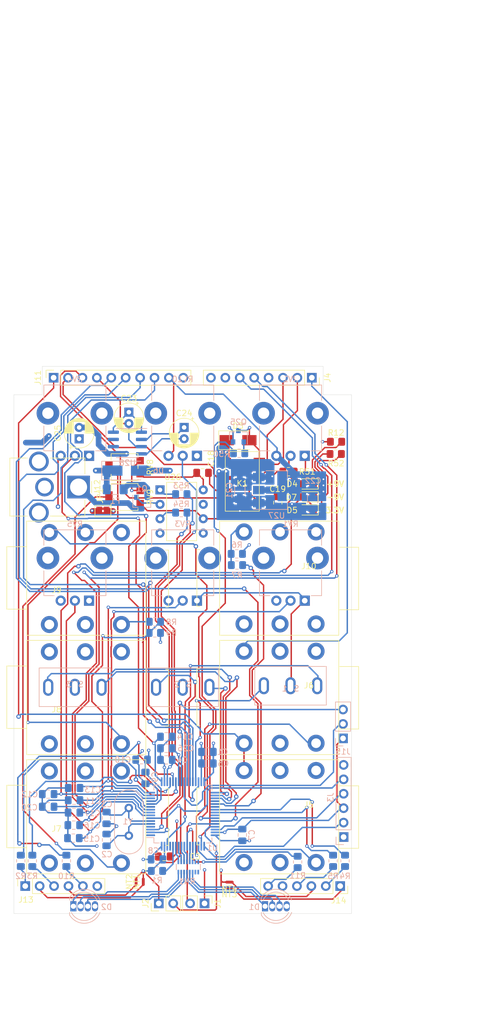
<source format=kicad_pcb>
(kicad_pcb (version 20240108) (generator "pcbnew") (generator_version "8.0")
  (layers (0 "F.Cu" signal) (1 "In1.Cu" signal) (2 "In2.Cu" signal) (31 "B.Cu" signal) (34 "B.Paste" user) (35 "F.Paste" user) (36 "B.SilkS" user "B.Silkscreen") (37 "F.SilkS" user "F.Silkscreen") (38 "B.Mask" user) (39 "F.Mask" user) (44 "Edge.Cuts" user))
  (net 0 "")
  (net 1 "GNDD")
  (net 2 "+3V3")
  (net 3 "/NRST")
  (net 4 "/RATE")
  (net 5 "/DEPTH")
  (net 6 "/SHAPE")
  (net 7 "/OFFSET")
  (net 8 "/SUBDIV")
  (net 9 "/TRIM1")
  (net 10 "/TRIM2")
  (net 11 "Net-(C18-Pad2)")
  (net 12 "Net-(C19-Pad2)")
  (net 13 "/EXP")
  (net 14 "+9V")
  (net 15 "Net-(C24-Pad2)")
  (net 16 "Net-(C24-Pad1)")
  (net 17 "-9V")
  (net 18 "Net-(D3-Pad2)")
  (net 19 "Net-(D4-Pad2)")
  (net 20 "Net-(D5-Pad2)")
  (net 21 "/BYP")
  (net 22 "/TAP")
  (net 23 "Net-(J3-Pad6)")
  (net 24 "/SWDIO")
  (net 25 "/SWCLK")
  (net 26 "GNDA")
  (net 27 "/CH1_SW")
  (net 28 "/Audio Jacks/CH2_OUT")
  (net 29 "/Audio Jacks/CH1_OUT")
  (net 30 "/EXP_SW")
  (net 31 "/TAP_EXT")
  (net 32 "Net-(J12-Pad1)")
  (net 33 "Net-(Q25-Pad1)")
  (net 34 "Net-(R1-Pad2)")
  (net 35 "/PWM4")
  (net 36 "/PWM3")
  (net 37 "/PWM2")
  (net 38 "/PWM1")
  (net 39 "/RLY_SET")
  (net 40 "/MUTE1")
  (net 41 "Net-(R53-Pad1)")
  (net 42 "/MUTE2")
  (net 43 "Net-(R54-Pad1)")
  (net 44 "/LED2_B")
  (net 45 "/LED2_G")
  (net 46 "/LED2_R")
  (net 47 "/LED1_B")
  (net 48 "/LED1_G")
  (net 49 "/LED1_R")
  (net 50 "Net-(J5-PadR)")
  (net 51 "Net-(J5-PadRN)")
  (net 52 "Net-(J5-PadTN)")
  (net 53 "Net-(J6-PadR)")
  (net 54 "Net-(J6-PadRN)")
  (net 55 "Net-(J7-PadR)")
  (net 56 "Net-(J7-PadSN)")
  (net 57 "Net-(J7-PadRN)")
  (net 58 "Net-(J7-PadTN)")
  (net 59 "Net-(J8-PadR)")
  (net 60 "Net-(J8-PadSN)")
  (net 61 "Net-(J8-PadRN)")
  (net 62 "Net-(J8-PadTN)")
  (net 63 "Net-(J9-PadRN)")
  (net 64 "Net-(J9-PadTN)")
  (net 65 "Net-(J10-PadR)")
  (net 66 "Net-(J10-PadSN)")
  (net 67 "Net-(J10-PadRN)")
  (net 68 "Net-(J10-PadTN)")
  (net 69 "Net-(RN1-Pad10)")
  (net 70 "Net-(RN1-Pad7)")
  (net 71 "Net-(RN1-Pad9)")
  (net 72 "Net-(RN1-Pad8)")
  (net 73 "Net-(U1-Pad61)")
  (net 74 "Net-(U1-Pad38)")
  (net 75 "Net-(U1-Pad36)")
  (net 76 "/UART_RX")
  (net 77 "/UART_TX")
  (net 78 "Net-(U1-Pad4)")
  (net 79 "Net-(U1-Pad1)")
  (net 80 "Net-(U28-Pad7)")
  (net 81 "Net-(U28-Pad6)")
  (net 82 "/VOL")
  (net 83 "Net-(F1-Pad2)")
  (net 84 "Net-(J9-PadT)")
  (net 85 "Net-(J10-PadS)")
  (net 86 "Net-(J10-PadT)")
  (net 87 "/PWM_OUT_1")
  (net 88 "/PWM_OUT_2")
  (net 89 "/PWM_OUT_3")
  (net 90 "/PWM_OUT_4")
  (net 91 "/CH2_EFF")
  (net 92 "/CH2_BYP")
  (net 93 "/CH2_IN")
  (net 94 "/CH1_IN")
  (net 95 "/CH2_SW")
  (net 96 "/DIP1")
  (net 97 "/DIP2")
  (net 98 "/DIP3")
  (net 99 "/DIP4")
  (net 100 "/CH1_EFF")
  (net 101 "/CH1_BYP")
  (net 102 "/PWM_RTN_VOL_1")
  (net 103 "/PWM_OUT_VOL_1")
  (net 104 "/PWM_RTN_2")
  (net 105 "/PWM_RTN_1")
  (net 106 "/PWM_OUT_VOL_2")
  (net 107 "/PWM_RTN_VOL_2")
  (net 108 "/PWM_RTN_4")
  (net 109 "/PWM_RTN_3")
  (net 110 "/PWM_VOL_1")
  (net 111 "/PWM_VOL_2")
  (net 112 "/HARM_MODE_1")
  (net 113 "/HARM_MODE_2")
  (net 114 "/PAN_MODE_1")
  (net 115 "/PAN_MODE_2")
  (net 116 "/ENV_MODE_1")
  (net 117 "/ENV_MODE_2")
  (net 118 "Net-(D7-Pad1)")
  (net 119 "/LEDs/B1_R")
  (net 120 "/LEDs/G1_R")
  (net 121 "/LEDs/R1_R")
  (net 122 "/LEDs/B2_R")
  (net 123 "/LEDs/G2_R")
  (net 124 "/LEDs/R2_R")
  (net 125 "Net-(U1-Pad41)")
  (net 126 "/OSC1")
  (net 127 "/OSC2")
  (net 128 "/Audio Jacks/CH1_OUT_PRE")
  (net 129 "/Audio Jacks/CH2_OUT_PRE")
  (footprint "Capacitor_SMD:C_0805_2012Metric_Pad1.18x1.45mm_HandSolder" (layer "F.Cu") (at 126.733 186.547)
    (property "Reference" "C5")
    (property "Value" "100n")
  )
  (footprint "Capacitor_SMD:C_0805_2012Metric_Pad1.18x1.45mm_HandSolder" (layer "F.Cu") (at 133.5 119)
    (property "Reference" "C18")
    (property "Value" "470n")
  )
  (footprint "Capacitor_SMD:C_0805_2012Metric_Pad1.18x1.45mm_HandSolder" (layer "F.Cu") (at 146.75 124.25 90)
    (property "Reference" "C19")
    (property "Value" "470n")
  )
  (footprint "Capacitor_THT:CP_Radial_D5.0mm_P2.00mm" (layer "F.Cu") (at 120.51 108.315 -90)
    (property "Reference" "C23")
    (property "Value" "100uF")
  )
  (footprint "Capacitor_THT:CP_Radial_D5.0mm_P2.00mm" (layer "F.Cu") (at 130.25 111 -90)
    (property "Reference" "C24")
    (property "Value" "100uF")
  )
  (footprint "Capacitor_THT:CP_Radial_D5.0mm_P2.00mm" (layer "F.Cu") (at 111.747 113.014 90)
    (property "Reference" "C25")
    (property "Value" "100uF")
  )
  (footprint "Diode_SMD:D_SMA" (layer "F.Cu") (at 139.75 113.25)
    (property "Reference" "D3")
    (property "Value" "B120-E3")
  )
  (footprint "LED_SMD:LED_0805_2012Metric_Castellated" (layer "F.Cu") (at 152.006 120.9515 180)
    (property "Reference" "D4")
    (property "Value" "LED_Small")
  )
  (footprint "LED_SMD:LED_0805_2012Metric_Castellated" (layer "F.Cu") (at 152.006 125.5235 180)
    (property "Reference" "D5")
    (property "Value" "LED_Small")
  )
  (footprint "Connector_PinHeader_2.54mm:PinHeader_1x02_P2.54mm_Vertical" (layer "F.Cu") (at 133.845 194.802 -90)
    (property "Reference" "J1")
    (property "Value" "Conn_01x02_Male")
  )
  (footprint "Connector_PinHeader_2.54mm:PinHeader_1x02_P2.54mm_Vertical" (layer "F.Cu") (at 125.7805 194.802 90)
    (property "Reference" "J2")
    (property "Value" "Conn_01x02_Male")
  )
  (footprint "Pinebox:Jack_0.25in_TRS_Switched" (layer "F.Cu") (at 153.5 187.6 180)
    (property "Reference" "J5")
    (property "Value" "AudioJack3_Switch")
  )
  (footprint "Pinebox:Jack_0.25in_TRS_Switched" (layer "F.Cu") (at 106.5 150.5)
    (property "Reference" "J8")
    (property "Value" "AudioJack3_Switch")
  )
  (footprint "Pinebox:Jack_0.25in_TRS_Switched" (layer "F.Cu") (at 106.5 129.5)
    (property "Reference" "J9")
    (property "Value" "AudioJack3_Switch")
  )
  (footprint "Connector_BarrelJack:BarrelJack_CUI_PJ-063AH_Horizontal_CircularHoles" (layer "F.Cu") (at 111.65 121.5 -90)
    (property "Reference" "J12")
    (property "Value" "Barrel_Jack")
  )
  (footprint "Jumper:SolderJumper-2_P1.3mm_Bridged2Bar_Pad1.0x1.5mm" (layer "F.Cu") (at 115.938 125.714)
    (property "Reference" "JP1")
    (property "Value" "Jumper")
  )
  (footprint "Pinebox:Relay_DPDT_NL_TE_IM05GR" (layer "F.Cu") (at 140.5 120.5 -90)
    (property "Reference" "K1")
    (property "Value" "IM05")
  )
  (footprint "Resistor_SMD:R_0805_2012Metric_Pad1.20x1.40mm_HandSolder" (layer "F.Cu") (at 148.6405 118.7925)
    (property "Reference" "R51")
    (property "Value" "1k")
  )
  (footprint "Resistor_SMD:R_0805_2012Metric_Pad1.20x1.40mm_HandSolder" (layer "F.Cu") (at 156.959 115.681)
    (property "Reference" "R52")
    (property "Value" "470")
  )
  (footprint "Package_DIP:DIP-8_W7.62mm" (layer "F.Cu") (at 126 122)
    (property "Reference" "U26")
    (property "Value" "TLP222A-2")
  )
  (footprint "Pinebox:Jack_0.25in_TRS_Switched" (layer "F.Cu") (at 153.5 145.6 180)
    (property "Reference" "J10")
    (property "Value" "AudioJack3_Switch")
  )
  (footprint "Pinebox:Jack_0.25in_TRS_Switched" (layer "F.Cu") (at 153.5 166.6 180)
    (property "Reference" "J6")
    (property "Value" "AudioJack3_Switch")
  )
  (footprint "Connector_PinSocket_2.54mm:PinSocket_1x10_P2.54mm_Vertical" (layer "F.Cu") (at 107.25 102.25 90)
    (property "Reference" "J11")
    (property "Value" "Conn_01x10_Female")
  )
  (footprint "Potentiometer_SMD:Potentiometer_Bourns_3314G_Vertical" (layer "F.Cu") (at 119.75 118 -90)
    (property "Reference" "RV8")
    (property "Value" "100k")
  )
  (footprint "Potentiometer_SMD:Potentiometer_Bourns_3314G_Vertical" (layer "F.Cu") (at 119.75 123.25 -90)
    (property "Reference" "RV9")
    (property "Value" "100k")
  )
  (footprint "Connector_PinSocket_2.54mm:PinSocket_1x06_P2.54mm_Vertical" (layer "F.Cu") (at 102.25 191.75 90)
    (property "Reference" "J13")
    (property "Value" "Conn_01x06_Female")
  )
  (footprint "Connector_PinSocket_2.54mm:PinSocket_1x06_P2.54mm_Vertical" (layer "F.Cu") (at 157.75 191.75 -90)
    (property "Reference" "J14")
    (property "Value" "Conn_01x06_Female")
  )
  (footprint "NetTie:NetTie-2_SMD_Pad0.5mm" (layer "F.Cu") (at 123.05 190.992 90)
    (property "Reference" "NT1")
    (property "Value" "Net-Tie_2")
  )
  (footprint "NetTie:NetTie-2_SMD_Pad0.5mm" (layer "F.Cu") (at 121.78 190.992 90)
    (property "Reference" "NT2")
    (property "Value" "Net-Tie_2")
  )
  (footprint "NetTie:NetTie-2_SMD_Pad0.5mm" (layer "F.Cu") (at 138.2265 192.008 180)
    (property "Reference" "NT3")
    (property "Value" "Net-Tie_2")
  )
  (footprint "NetTie:NetTie-2_SMD_Pad0.5mm" (layer "F.Cu") (at 138.2265 191.0555 180)
    (property "Reference" "NT4")
    (property "Value" "Net-Tie_2")
  )
  (footprint "Pinebox:Jack_0.25in_TRS_Switched" (layer "F.Cu") (at 106.5 171.5)
    (property "Reference" "J7")
    (property "Value" "AudioJack3_Switch")
  )
  (footprint "LED_SMD:LED_0805_2012Metric_Castellated" (layer "F.Cu") (at 152.006 123.2375 180)
    (property "Reference" "D7")
    (property "Value" "LED_Small")
  )
  (footprint "Resistor_SMD:R_0805_2012Metric_Pad1.20x1.40mm_HandSolder" (layer "F.Cu") (at 157.0225 113.522 180)
    (property "Reference" "R12")
    (property "Value" "1k")
  )
  (footprint "Connector_PinSocket_2.54mm:PinSocket_1x08_P2.54mm_Vertical" (layer "F.Cu") (at 152.75 102.25 -90)
    (property "Reference" "J4")
    (property "Value" "Conn_01x08_Female")
  )
  (footprint "Capacitor_SMD:C_0805_2012Metric_Pad1.18x1.45mm_HandSolder" (layer "B.Cu") (at 134.353 168.132 180)
    (property "Reference" "C1")
    (property "Value" "4.7u")
  )
  (footprint "Capacitor_SMD:C_0805_2012Metric_Pad1.18x1.45mm_HandSolder" (layer "B.Cu") (at 116.573 183.626 -90)
    (property "Reference" "C2")
    (property "Value" "18p")
  )
  (footprint "Capacitor_SMD:C_0805_2012Metric_Pad1.18x1.45mm_HandSolder" (layer "B.Cu") (at 116.573 179.7525 90)
    (property "Reference" "C3")
    (property "Value" "18p")
  )
  (footprint "Capacitor_SMD:C_0805_2012Metric_Pad1.18x1.45mm_HandSolder" (layer "B.Cu") (at 127.114 169.529 180)
    (property "Reference" "C4")
    (property "Value" "100n")
  )
  (footprint "Capacitor_SMD:C_0805_2012Metric_Pad1.18x1.45mm_HandSolder" (layer "B.Cu") (at 134.353 170.164 180)
    (property "Reference" "C6")
    (property "Value" "100n")
  )
  (footprint "Capacitor_SMD:C_0805_2012Metric_Pad1.18x1.45mm_HandSolder" (layer "B.Cu") (at 140.5 182.75 90)
    (property "Reference" "C7")
    (property "Value" "100n")
  )
  (footprint "Capacitor_SMD:C_0805_2012Metric_Pad1.18x1.45mm_HandSolder" (layer "B.Cu") (at 125.463 187.055)
    (property "Reference" "C8")
    (property "Value" "100n")
  )
  (footprint "Capacitor_SMD:C_0805_2012Metric_Pad1.18x1.45mm_HandSolder" (layer "B.Cu") (at 123.431 172.704 90)
    (property "Reference" "C9")
    (property "Value" "10n")
  )
  (footprint "Capacitor_SMD:C_0805_2012Metric_Pad1.18x1.45mm_HandSolder" (layer "B.Cu") (at 122.75 169.5)
    (property "Reference" "C10")
    (property "Value" "1u")
  )
  (footprint "Capacitor_SMD:C_0805_2012Metric_Pad1.18x1.45mm_HandSolder" (layer "B.Cu") (at 110.858 176.641 180)
    (property "Reference" "C11")
    (property "Value" "100nF")
  )
  (footprint "Capacitor_SMD:C_0805_2012Metric_Pad1.18x1.45mm_HandSolder" (layer "B.Cu") (at 106.286 175.5615 180)
    (property "Reference" "C12")
    (property "Value" "100nF")
  )
  (footprint "Capacitor_SMD:C_0805_2012Metric_Pad1.18x1.45mm_HandSolder" (layer "B.Cu") (at 110.858 174.482 180)
    (property "Reference" "C13")
    (property "Value" "100nF")
  )
  (footprint "Capacitor_SMD:C_0805_2012Metric_Pad1.18x1.45mm_HandSolder" (layer "B.Cu") (at 127.114 165.465)
    (property "Reference" "C14")
    (property "Value" "100nF")
  )
  (footprint "Capacitor_SMD:C_0805_2012Metric_Pad1.18x1.45mm_HandSolder" (layer "B.Cu") (at 110.731 183.3085 180)
    (property "Reference" "C15")
    (property "Value" "100nF")
  )
  (footprint "Capacitor_SMD:C_1206_3216Metric_Pad1.33x1.80mm_HandSolder" (layer "B.Cu") (at 140.068 122.0945 -90)
    (property "Reference" "C21")
    (property "Value" "10u")
  )
  (footprint "Capacitor_SMD:C_1206_3216Metric_Pad1.33x1.80mm_HandSolder" (layer "B.Cu") (at 152.895 123.6185 -90)
    (property "Reference" "C22")
    (property "Value" "10u")
  )
  (footprint "LED_THT:LED_D5.0mm-4_RGB" (layer "B.Cu") (at 144.513 195.31)
    (property "Reference" "D1")
    (property "Value" "LED_RGBA")
  )
  (footprint "LED_THT:LED_D5.0mm-4_RGB" (layer "B.Cu") (at 110.731 195.31)
    (property "Reference" "D2")
    (property "Value" "LED_RGBA")
  )
  (footprint "Diode_SMD:D_SMA_Handsoldering" (layer "B.Cu") (at 120.129 118.602)
    (property "Reference" "D6")
    (property "Value" "D_Zener")
  )
  (footprint "Connector_PinHeader_2.54mm:PinHeader_1x06_P2.54mm_Vertical" (layer "B.Cu") (at 158.348 183.118)
    (property "Reference" "J3")
    (property "Value" "Conn_01x06_Male")
  )
  (footprint "Package_TO_SOT_SMD:SOT-23" (layer "B.Cu") (at 122.796 124.317 -90)
    (property "Reference" "Q1")
    (property "Value" "BSS83P")
  )
  (footprint "Package_TO_SOT_SMD:SOT-23" (layer "B.Cu") (at 139.814 112.5535 90)
    (property "Reference" "Q25")
    (property "Value" "MMBT3904")
  )
  (footprint "Resistor_SMD:R_0805_2012Metric_Pad1.20x1.40mm_HandSolder" (layer "B.Cu") (at 125.463 189.087)
    (property "Reference" "R1")
    (property "Value" "10k")
  )
  (footprint "Resistor_SMD:R_0805_2012Metric_Pad1.20x1.40mm_HandSolder" (layer "B.Cu") (at 139.941 115.554 180)
    (property "Reference" "R50")
    (property "Value" "2.2k")
  )
  (footprint "Resistor_SMD:R_0805_2012Metric_Pad1.20x1.40mm_HandSolder" (layer "B.Cu") (at 129.75 122.75)
    (property "Reference" "R53")
    (property "Value" "630")
  )
  (footprint "Resistor_SMD:R_0805_2012Metric_Pad1.20x1.40mm_HandSolder" (layer "B.Cu") (at 129.75 126)
    (property "Reference" "R54")
    (property "Value" "630")
  )
  (footprint "Resistor_SMD:R_Array_Convex_8x0602" (layer "B.Cu") (at 130.9875 188.3885 -90)
    (property "Reference" "RN1")
    (property "Value" "R_Pack08")
  )
  (footprint "Pinebox:Potentiometer_9MM" (layer "B.Cu") (at 151.5 141.5 180)
    (property "Reference" "RV1")
    (property "Value" "R_POT_TRIM")
  )
  (footprint "Pinebox:Potentiometer_9MM" (layer "B.Cu") (at 132.5 141.5 180)
    (property "Reference" "RV3")
    (property "Value" "R_POT_TRIM")
  )
  (footprint "Pinebox:Potentiometer_9MM" (layer "B.Cu") (at 113.5 141.5 180)
    (property "Reference" "RV5")
    (property "Value" "R_POT_TRIM")
  )
  (footprint "Pinebox:SW_Toggle_SPDT" (layer "B.Cu") (at 149 156.484 180)
    (property "Reference" "SW1")
    (property "Value" "SW_SPDT_MSM")
  )
  (footprint "Package_QFP:LQFP-64_10x10mm_P0.5mm" (layer "B.Cu") (at 130.035 179.054)
    (property "Reference" "U1")
    (property "Value" "STM32F303R6Tx")
  )
  (footprint "Package_TO_SOT_SMD:SOT-223-3_TabPin2" (layer "B.Cu") (at 146.545 122.031)
    (property "Reference" "U27")
    (property "Value" "NCP1117-3.3_SOT223")
  )
  (footprint "Package_SO:SOIC-8_3.9x4.9mm_P1.27mm" (layer "B.Cu") (at 120.25 113.75 180)
    (property "Reference" "U28")
    (property "Value" "TC7662Bx0A")
  )
  (footprint "Crystal:Crystal_HC49-U_Vertical" (layer "B.Cu") (at 120.5 178 -90)
    (property "Reference" "Y1")
    (property "Value" "8MHz")
  )
  (footprint "Pinebox:Potentiometer_9MM" (layer "B.Cu") (at 113.5 116 180)
    (property "Reference" "RV4")
    (property "Value" "R_POT_TRIM")
  )
  (footprint "Pinebox:Potentiometer_9MM" (layer "B.Cu") (at 151.5 116 180)
    (property "Reference" "RV2")
    (property "Value" "R_POT_TRIM")
  )
  (footprint "Capacitor_SMD:C_0805_2012Metric_Pad1.18x1.45mm_HandSolder" (layer "B.Cu") (at 127.114 167.497 180)
    (property "Reference" "C26")
    (property "Value" "100nF")
  )
  (footprint "Pinebox:Potentiometer_9MM" (layer "B.Cu") (at 132.5 116 180)
    (property "Reference" "RV10")
    (property "Value" "R_POT_TRIM")
  )
  (footprint "Capacitor_SMD:C_0805_2012Metric_Pad1.18x1.45mm_HandSolder" (layer "B.Cu") (at 110.7945 181.0225 180)
    (property "Reference" "C16")
    (property "Value" "100n")
  )
  (footprint "Fuse:Fuse_1206_3216Metric_Pad1.42x1.75mm_HandSolder" (layer "B.Cu") (at 118.097 121.904)
    (property "Reference" "F1")
    (property "Value" "Polyfuse")
  )
  (footprint "Resistor_SMD:R_0805_2012Metric_Pad1.20x1.40mm_HandSolder" (layer "B.Cu") (at 101.468 187.309 -90)
    (property "Reference" "R2")
    (property "Value" "330")
  )
  (footprint "Resistor_SMD:R_0805_2012Metric_Pad1.20x1.40mm_HandSolder" (layer "B.Cu") (at 103.5 187.309 -90)
    (property "Reference" "R3")
    (property "Value" "330")
  )
  (footprint "Resistor_SMD:R_0805_2012Metric_Pad1.20x1.40mm_HandSolder" (layer "B.Cu") (at 158.602 187.309 -90)
    (property "Reference" "R4")
    (property "Value" "330")
  )
  (footprint "Resistor_SMD:R_0805_2012Metric_Pad1.20x1.40mm_HandSolder" (layer "B.Cu") (at 156.5 187.309 -90)
    (property "Reference" "R5")
    (property "Value" "330")
  )
  (footprint "Resistor_SMD:R_0805_2012Metric_Pad1.20x1.40mm_HandSolder" (layer "B.Cu") (at 139.53 133.266)
    (property "Reference" "R6")
    (property "Value" "1k")
  )
  (footprint "Resistor_SMD:R_0805_2012Metric_Pad1.20x1.40mm_HandSolder" (layer "B.Cu") (at 139.56 135.239)
    (property "Reference" "R7")
    (property "Value" "1k")
  )
  (footprint "Resistor_SMD:R_0805_2012Metric_Pad1.20x1.40mm_HandSolder" (layer "B.Cu") (at 125.103 145.213)
    (property "Reference" "R8")
    (property "Value" "10k")
  )
  (footprint "Resistor_SMD:R_0805_2012Metric_Pad1.20x1.40mm_HandSolder" (layer "B.Cu") (at 125.082 147.177)
    (property "Reference" "R9")
    (property "Value" "19.1k")
  )
  (footprint "Capacitor_SMD:C_0805_2012Metric_Pad1.18x1.45mm_HandSolder" (layer "B.Cu") (at 110.8365 178.8 180)
    (property "Reference" "C17")
    (property "Value" "100n")
  )
  (footprint "Capacitor_SMD:C_0805_2012Metric_Pad1.18x1.45mm_HandSolder" (layer "B.Cu") (at 106.286 177.784 180)
    (property "Reference" "C20")
    (property "Value" "100n")
  )
  (footprint "Resistor_SMD:R_0805_2012Metric_Pad1.20x1.40mm_HandSolder" (layer "B.Cu") (at 109.5 187.309 -90)
    (property "Reference" "R10")
    (property "Value" "330")
  )
  (footprint "Resistor_SMD:R_0805_2012Metric_Pad1.20x1.40mm_HandSolder" (layer "B.Cu") (at 150.25 187.5 -90)
    (property "Reference" "R11")
    (property "Value" "330")
  )
  (footprint "Pinebox:SW_Toggle_SPDT" (layer "B.Cu") (at 130 156.75)
    (property "Reference" "SW2")
    (property "Value" "SW_SPDT_MSM")
  )
  (footprint "Pinebox:SW_Toggle_SPDT" (layer "B.Cu") (at 111 156.75)
    (property "Reference" "SW3")
    (property "Value" "SW_SPDT_MSM")
  )
  (footprint "Connector_PinHeader_2.54mm:PinHeader_1x03_P2.54mm_Vertical" (layer "B.Cu") (at 158.25 165.75)
    (property "Reference" "J15")
    (property "Value" "Conn_01x03_Male")
  )
  (gr_line (start 159.75 105.25) (end 159.75 196.58) (stroke (width 0.05)) (layer "Edge.Cuts"))
  (gr_line (start 105.25 100.25) (end 154.75 100.25) (stroke (width 0.05)) (layer "Edge.Cuts"))
  (gr_line (start 100.25 105.25) (end 105.25 105.25) (stroke (width 0.05)) (layer "Edge.Cuts"))
  (gr_line (start 105.25 105.25) (end 105.25 100.25) (stroke (width 0.05)) (layer "Edge.Cuts"))
  (gr_line (start 100.25 196.58) (end 100.25 105.25) (stroke (width 0.05)) (layer "Edge.Cuts"))
  (gr_line (start 154.75 105.25) (end 159.75 105.25) (stroke (width 0.05)) (layer "Edge.Cuts"))
  (gr_line (start 159.75 196.58) (end 100.25 196.58) (stroke (width 0.05)) (layer "Edge.Cuts"))
  (gr_line (start 154.75 100.25) (end 154.75 105.25) (stroke (width 0.05)) (layer "Edge.Cuts"))
  (gr_text "+9V" (at 156.8955 120.9515 0) (layer "F.SilkS") (effects (font (size 1 1) (thickness 0.2))))
  (gr_text "-9V" (at 156.8955 123.26925 0) (layer "F.SilkS") (effects (font (size 1 1) (thickness 0.2))))
  (gr_text "3.3V" (at 156.800262 125.587 0) (layer "F.SilkS") (effects (font (size 1 1) (thickness 0.2))))
  (segment (start 133.845 188.8965) (end 133.845 188.8965) (width 0.25) (layer "F.Cu") (net 1))
  (segment (start 136.766 188.96) (end 136.766 188.96) (width 0.25) (layer "F.Cu") (net 1))
  (segment (start 123.05 189.087004) (end 123.050004 189.087) (width 0.25) (layer "F.Cu") (net 1))
  (segment (start 136.766 190.8015) (end 136.766 188.96) (width 0.25) (layer "F.Cu") (net 1))
  (segment (start 136.9565 192.008) (end 136.766 191.8175) (width 0.25) (layer "F.Cu") (net 1))
  (segment (start 137.7265 192.008) (end 136.9565 192.008) (width 0.25) (layer "F.Cu") (net 1))
  (segment (start 151.625 119.608) (end 152.9685 120.9515) (width 0.25) (layer "F.Cu") (net 1))
  (segment (start 151.0435 123.2375) (end 151.0435 122.8765) (width 0.25) (layer "F.Cu") (net 1))
  (segment (start 128.959824 185.945176) (end 128.959824 180.328324) (width 0.25) (layer "F.Cu") (net 1))
  (segment (start 121.78 190.357004) (end 123.050004 189.087) (width 0.25) (layer "F.Cu") (net 1))
  (segment (start 119 109.93637) (end 119 106.38) (width 0.25) (layer "F.Cu") (net 1))
  (segment (start 123.05 190.492) (end 123.05 189.087004) (width 0.25) (layer "F.Cu") (net 1))
  (segment (start 128.9555 180.324) (end 128.959824 180.328324) (width 0.25) (layer "F.Cu") (net 1))
  (segment (start 127.7705 186.547) (end 128.358 186.547) (width 0.25) (layer "F.Cu") (net 1))
  (segment (start 151.34281 123.2375) (end 152.9685 124.86319) (width 0.25) (layer "F.Cu") (net 1))
  (segment (start 120.51 110.315) (end 119.37863 110.315) (width 0.25) (layer "F.Cu") (net 1))
  (segment (start 151.625 116) (end 151.625 119.608) (width 0.25) (layer "F.Cu") (net 1))
  (segment (start 133.845 188.896502) (end 133.845002 188.8965) (width 0.25) (layer "F.Cu") (net 1))
  (segment (start 157.172999 176.862999) (end 158.348 178.038) (width 0.25) (layer "F.Cu") (net 1))
  (segment (start 119 106.38) (end 114.87 102.25) (width 0.25) (layer "F.Cu") (net 1))
  (segment (start 137.7265 191.0555) (end 137.02 191.0555) (width 0.25) (layer "F.Cu") (net 1))
  (segment (start 157.172999 166.827001) (end 157.172999 176.862999) (width 0.25) (layer "F.Cu") (net 1))
  (segment (start 128.358 186.547) (end 128.959824 185.945176) (width 0.25) (layer "F.Cu") (net 1))
  (segment (start 121.78 190.492) (end 121.78 190.357004) (width 0.25) (layer "F.Cu") (net 1))
  (segment (start 133.845 195.2465) (end 133.845 188.896502) (width 0.25) (layer "F.Cu") (net 1))
  (segment (start 151.0435 123.2375) (end 149.781 124.5) (width 0.25) (layer "F.Cu") (net 1))
  (segment (start 114.12024 125.714) (end 114.10837 125.72587) (width 1) (layer "F.Cu") (net 1))
  (segment (start 149.125 156.484) (end 149.125 143.851) (width 0.25) (layer "F.Cu") (net 1))
  (segment (start 149.125 143.851) (end 151.625 141.351) (width 0.25) (layer "F.Cu") (net 1))
  (segment (start 106.397 112.522) (end 106.413 112.506) (width 0.25) (layer "F.Cu") (net 1))
  (segment (start 119.37863 110.315) (end 119 109.93637) (width 0.25) (layer "F.Cu") (net 1))
  (segment (start 152.9685 120.9515) (end 152.9685 120.624) (width 0.25) (layer "F.Cu") (net 1))
  (segment (start 136.766 191.8175) (end 136.766 188.96) (width 0.25) (layer "F.Cu") (net 1))
  (segment (start 151.0435 122.8765) (end 152.9685 120.9515) (width 0.25) (layer "F.Cu") (net 1))
  (segment (start 125.7805 195.2465) (end 125.7805 191.817496) (width 0.25) (layer "F.Cu") (net 1))
  (segment (start 149.781 124.5) (end 149.25 124.5) (width 0.25) (layer "F.Cu") (net 1))
  (segment (start 152.9685 124.86319) (end 152.9685 125.5235) (width 0.25) (layer "F.Cu") (net 1))
  (segment (start 125.7805 191.817496) (end 123.050004 189.087) (width 0.25) (layer "F.Cu") (net 1))
  (segment (start 137.02 191.0555) (end 136.766 190.8015) (width 0.25) (layer "F.Cu") (net 1))
  (segment (start 151.0435 123.2375) (end 151.34281 123.2375) (width 0.25) (layer "F.Cu") (net 1))
  (segment (start 115.288 125.714) (end 114.12024 125.714) (width 1) (layer "F.Cu") (net 1))
  (segment (start 158.25 165.75) (end 157.172999 166.827001) (width 0.25) (layer "F.Cu") (net 1))
  (via (at 128.959824 180.328324) (size 0.6) (drill 0.3) (layers "F.Cu" "B.Cu") (net 1))
  (via (at 124 167.85311) (size 0.6) (drill 0.3) (layers "F.Cu" "B.Cu") (net 1))
  (via (at 136.766 188.96) (size 0.6) (drill 0.3) (layers "F.Cu" "B.Cu") (net 1))
  (via (at 114.033 125.6505) (size 0.6) (drill 0.3) (layers "F.Cu" "B.Cu") (net 1))
  (via (at 126.082 148.812) (size 0.6) (drill 0.3) (layers "F.Cu" "B.Cu") (net 1))
  (via (at 106.413 112.506) (size 0.6) (drill 0.3) (layers "F.Cu" "B.Cu") (net 1))
  (via (at 114.8585 184.7055) (size 0.6) (drill 0.3) (layers "F.Cu" "B.Cu") (net 1))
  (via (at 127.749 118.602) (size 0.8) (drill 0.4) (layers "F.Cu" "B.Cu") (net 1))
  (via (at 140.068 125.714) (size 0.6) (drill 0.3) (layers "F.Cu" "B.Cu") (net 1))
  (via (at 137.401 182.2925) (size 0.6) (drill 0.3) (layers "F.Cu" "B.Cu") (net 1))
  (via (at 133.845002 188.8965) (size 0.6) (drill 0.3) (layers "F.Cu" "B.Cu") (net 1))
  (via (at 118.351 181.213) (size 0.6) (drill 0.3) (layers "F.Cu" "B.Cu") (net 1))
  (via (at 149.25 124.5) (size 0.6) (drill 0.3) (layers "F.Cu" "B.Cu") (net 1))
  (via (at 136.385 118.729) (size 0.8) (drill 0.4) (layers "F.Cu" "B.Cu") (net 1))
  (via (at 137.655 118.729) (size 0.8) (drill 0.4) (layers "F.Cu" "B.Cu") (net 1))
  (via (at 133.263389 166.644807) (size 0.6) (drill 0.3) (layers "F.Cu" "B.Cu") (net 1))
  (via (at 126.775382 170.867171) (size 0.6) (drill 0.3) (layers "F.Cu" "B.Cu") (net 1))
  (via (at 123.050004 189.087) (size 0.6) (drill 0.3) (layers "F.Cu" "B.Cu") (net 1))
  (via (at 138.2265 111.0455) (size 0.6) (drill 0.3) (layers "F.Cu" "B.Cu") (net 1))
  (segment (start 126.082 148.812) (end 126.082 148.812) (width 0.25) (layer "B.Cu") (net 1))
  (segment (start 140.068 125.714) (end 140.068 125.714) (width 1) (layer "B.Cu") (net 1))
  (segment (start 138.2265 111.0455) (end 138.2265 111.0455) (width 0.25) (layer "B.Cu") (net 1))
  (segment (start 106.328 174.482) (end 105.2485 175.5615) (width 0.25) (layer "B.Cu") (net 1))
  (segment (start 109.799 178.8) (end 109.799 180.9805) (width 0.25) (layer "B.Cu") (net 1))
  (segment (start 133.3155 166.696918) (end 133.263389 166.644807) (width 0.25) (layer "B.Cu") (net 1))
  (segment (start 133.3155 170.164) (end 133.3155 166.696918) (width 0.25) (layer "B.Cu") (net 1))
  (segment (start 137.9435 181.75) (end 140.5 181.75) (width 0.25) (layer "B.Cu") (net 1))
  (segment (start 140.59 124.331) (end 143.395 124.331) (width 1) (layer "B.Cu") (net 1))
  (segment (start 122.846 124.317) (end 125.777 124.317) (width 0.25) (layer "B.Cu") (net 1))
  (segment (start 102.349 113.6725) (end 105.2465 113.6725) (width 1) (layer "B.Cu") (net 1))
  (segment (start 121.75 114.385) (end 122.725 114.385) (width 0.25) (layer "B.Cu") (net 1))
  (segment (start 151.625 141.351) (end 150.399999 140.125999) (width 0.25) (layer "B.Cu") (net 1))
  (segment (start 109.8205 176.641) (end 106.3915 176.641) (width 0.25) (layer "B.Cu") (net 1))
  (segment (start 140.5 181.75) (end 142.058509 180.191491) (width 0.25) (layer "B.Cu") (net 1))
  (segment (start 126.0765 167.497) (end 126.0765 169.529) (width 0.25) (layer "B.Cu") (net 1))
  (segment (start 126.775382 170.227882) (end 126.775382 170.867171) (width 0.25) (layer "B.Cu") (net 1))
  (segment (start 135.71 182.304) (end 137.3895 182.304) (width 0.25) (layer "B.Cu") (net 1))
  (segment (start 124.463 189.087) (end 124.4685 189.087) (width 0.25) (layer "B.Cu") (net 1))
  (segment (start 133.800001 140.125999) (end 132.448 141.478) (width 0.25) (layer "B.Cu") (net 1))
  (segment (start 126.785 173.379) (end 126.785 170.876789) (width 0.25) (layer "B.Cu") (net 1))
  (segment (start 109.8205 174.482) (end 106.328 174.482) (width 0.25) (layer "B.Cu") (net 1))
  (segment (start 123.431 171.865702) (end 126.167011 174.601713) (width 0.25) (layer "B.Cu") (net 1))
  (segment (start 126.5005 187.055) (end 124.4685 189.087) (width 0.25) (layer "B.Cu") (net 1))
  (segment (start 120.51 113.145) (end 121.75 114.385) (width 0.25) (layer "B.Cu") (net 1))
  (segment (start 109.76499 178.83401) (end 106.29851 178.83401) (width 0.25) (layer "B.Cu") (net 1))
  (segment (start 133.285 166.666418) (end 133.263389 166.644807) (width 0.25) (layer "B.Cu") (net 1))
  (segment (start 117.166 182.398) (end 116.573 182.398) (width 0.25) (layer "B.Cu") (net 1))
  (segment (start 117.928 180.79) (end 118.351 181.213) (width 0.25) (layer "B.Cu") (net 1))
  (segment (start 126.785 170.876789) (end 126.775382 170.867171) (width 0.25) (layer "B.Cu") (net 1))
  (segment (start 128.1515 165.465) (end 128.1085 165.465) (width 0.25) (layer "B.Cu") (net 1))
  (segment (start 109.799 180.9805) (end 109.757 181.0225) (width 0.25) (layer "B.Cu") (net 1))
  (segment (start 140.068 123.809) (end 140.59 124.331) (width 1) (layer "B.Cu") (net 1))
  (segment (start 105.2485 177.784) (end 105.2485 175.5615) (width 0.25) (layer "B.Cu") (net 1))
  (segment (start 137.401 182.2925) (end 137.9435 181.75) (width 0.25) (layer "B.Cu") (net 1))
  (segment (start 123.431 171.6665) (end 123.431 171.865702) (width 0.25) (layer "B.Cu") (net 1))
  (segment (start 126.167011 174.601713) (end 126.167011 176.474102) (width 0.25) (layer "B.Cu") (net 1))
  (segment (start 109.799 178.8) (end 109.76499 178.83401) (width 0.25) (layer "B.Cu") (net 1))
  (segment (start 126.785 186.7705) (end 126.785 184.729) (width 0.25) (layer "B.Cu") (net 1))
  (segment (start 128.1085 165.465) (end 126.0765 167.497) (width 0.25) (layer "B.Cu") (net 1))
  (segment (start 138.864 111.683) (end 138.2265 111.0455) (width 0.25) (layer "B.Cu") (net 1))
  (segment (start 120.51 110.315) (end 120.51 113.145) (width 0.25) (layer "B.Cu") (net 1))
  (segment (start 140.068 123.657) (end 140.068 123.809) (width 1) (layer "B.Cu") (net 1))
  (segment (start 137.3895 182.304) (end 137.401 182.2925) (width 0.25) (layer "B.Cu") (net 1))
  (segment (start 133.3155 168.259) (end 133.3155 170.164) (width 0.25) (layer "B.Cu") (net 1))
  (segment (start 138.864 113.5535) (end 138.864 111.683) (width 0.25) (layer "B.Cu") (net 1))
  (segment (start 109.757 183.245) (end 109.6935 183.3085) (width 0.25) (layer "B.Cu") (net 1))
  (segment (start 126.5005 187.055) (end 126.785 186.7705) (width 0.25) (layer "B.Cu") (net 1))
  (segment (start 122.629 118.602) (end 127.749 118.602) (width 1) (layer "B.Cu") (net 1))
  (segment (start 126.082 147.177) (end 126.082 148.812) (width 0.25) (layer "B.Cu") (net 1))
  (segment (start 109.6935 183.3085) (end 111.0905 184.7055) (width 0.25) (layer "B.Cu") (net 1))
  (segment (start 121.846 123.317) (end 122.846 124.317) (width 0.25) (layer "B.Cu") (net 1))
  (segment (start 123.431 169.569) (end 124 169) (width 0.25) (layer "B.Cu") (net 1))
  (segment (start 126.167011 176.474102) (end 125.337112 177.304) (width 0.25) (layer "B.Cu") (net 1))
  (segment (start 142.058509 180.191491) (end 155.694509 180.191491) (width 0.25) (layer "B.Cu") (net 1))
  (segment (start 133.285 173.379) (end 133.285 166.666418) (width 0.25) (layer "B.Cu") (net 1))
  (segment (start 109.757 181.0225) (end 109.757 183.245) (width 0.25) (layer "B.Cu") (net 1))
  (segment (start 140.068 123.657) (end 140.068 125.714) (width 1) (layer "B.Cu") (net 1))
  (segment (start 126.0765 169.529) (end 126.775382 170.227882) (width 0.25) (layer "B.Cu") (net 1))
  (segment (start 105.2465 113.6725) (end 106.413 112.506) (width 1) (layer "B.Cu") (net 1))
  (segment (start 116.573 180.79) (end 117.928 180.79) (width 0.25) (layer "B.Cu") (net 1))
  (segment (start 125.337112 177.304) (end 124.36 177.304) (width 0.25) (layer "B.Cu") (net 1))
  (segment (start 123.431 171.6665) (end 123.431 169.569) (width 0.25) (layer "B.Cu") (net 1))
  (segment (start 124.4685 189.087) (end 123.050004 189.087) (width 0.25) (layer "B.Cu") (net 1))
  (segment (start 118.351 181.213) (end 117.166 182.398) (width 0.25) (layer "B.Cu") (net 1))
  (segment (start 106.29851 178.83401) (end 105.2485 177.784) (width 0.25) (layer "B.Cu") (net 1))
  (segment (start 106.3915 176.641) (end 105.2485 177.784) (width 0.25) (layer "B.Cu") (net 1))
  (segment (start 125.777 124.317) (end 126 124.54) (width 0.25) (layer "B.Cu") (net 1))
  (segment (start 150.399999 140.125999) (end 133.800001 140.125999) (width 0.25) (layer "B.Cu") (net 1))
  (segment (start 155.694509 180.191491) (end 157.848 178.038) (width 0.25) (layer "B.Cu") (net 1))
  (segment (start 124 169) (end 124 167.85311) (width 0.25) (layer "B.Cu") (net 1))
  (segment (start 111.0905 184.7055) (end 114.8585 184.7055) (width 0.25) (layer "B.Cu") (net 1))
  (segment (start 154.8 119.523807) (end 154.8 120.126) (width 0.25) (layer "F.Cu") (net 2))
  (segment (start 154.684117 115.681) (end 153.307056 117.058061) (width 0.25) (layer "F.Cu") (net 2))
  (segment (start 128.399999 103.079999) (end 127.57 102.25) (width 0.25) (layer "F.Cu") (net 2))
  (segment (start 155.959 115.681) (end 154.684117 115.681) (width 0.25) (layer "F.Cu") (net 2))
  (segment (start 127.5 116) (end 128.399999 115.100001) (width 0.25) (layer "F.Cu") (net 2))
  (segment (start 128.399999 115.100001) (end 128.399999 103.079999) (width 0.25) (layer "F.Cu") (net 2))
  (segment (start 108.398 116) (end 108.02499 116.37301) (width 0.25) (layer "F.Cu") (net 2))
  (segment (start 153.307056 117.058061) (end 153.307056 118.030863) (width 0.25) (layer "F.Cu") (net 2))
  (segment (start 153.307056 118.030863) (end 154.8 119.523807) (width 0.25) (layer "F.Cu") (net 2))
  (segment (start 108.02499 116.37301) (end 108.02499 124.952) (width 0.25) (layer "F.Cu") (net 2))
  (via (at 141.719 131.683) (size 0.6) (drill 0.3) (layers "F.Cu" "B.Cu") (net 2))
  (via (at 122.87501 167.93908) (size 0.6) (drill 0.3) (layers "F.Cu" "B.Cu") (net 2))
  (via (at 141.75 183.75) (size 0.6) (drill 0.3) (layers "F.Cu" "B.Cu") (net 2))
  (via (at 108.02499 124.952) (size 0.8) (drill 0.4) (layers "F.Cu" "B.Cu") (net 2))
  (via (at 127.758827 170.755184) (size 0.6) (drill 0.3) (layers "F.Cu" "B.Cu") (net 2))
  (via (at 123.05 187.055) (size 0.6) (drill 0.3) (layers "F.Cu" "B.Cu") (net 2))
  (via (at 154.8 122.285) (size 0.6) (drill 0.3) (layers "F.Cu" "B.Cu") (net 2))
  (via (at 135.413422 166.608) (size 0.6) (drill 0.3) (layers "F.Cu" "B.Cu") (net 2))
  (via (at 154.8 120.126) (size 0.6) (drill 0.3) (layers "F.Cu" "B.Cu") (net 2))
  (via (at 154.8 121.2055) (size 0.6) (drill 0.3) (layers "F.Cu" "B.Cu") (net 2))
  (segment (start 135.3905 168.259) (end 135.3905 170.164) (width 0.25) (layer "B.Cu") (net 2))
  (segment (start 146.625 114.618) (end 146.625 116) (width 0.25) (layer "B.Cu") (net 2))
  (segment (start 133.785 173.379) (end 135.413422 171.750578) (width 0.25) (layer "B.Cu") (net 2))
  (segment (start 136.656 183.75) (end 141.75 183.75) (width 0.25) (layer "B.Cu") (net 2))
  (segment (start 125.53027 174.700722) (end 125.53027 176.474431) (width 0.25) (layer "B.Cu") (net 2))
  (segment (start 126.285 184.729) (end 123.959 187.055) (width 0.25) (layer "B.Cu") (net 2))
  (segment (start 124.4255 187.055) (end 123.05 187.055) (width 0.25) (layer "B.Cu") (net 2))
  (segment (start 122.288 170.4395) (end 122.288 172.472033) (width 0.25) (layer "B.Cu") (net 2))
  (segment (start 136.89 105.14) (end 137.147 105.14) (width 0.25) (layer "B.Cu") (net 2))
  (segment (start 123.959 187.055) (end 123.05 187.055) (width 0.25) (layer "B.Cu") (net 2))
  (segment (start 135.71 182.804) (end 136.656 183.75) (width 0.25) (layer "B.Cu") (net 2))
  (segment (start 123.431 173.7415) (end 124.571048 173.7415) (width 0.25) (layer "B.Cu") (net 2))
  (segment (start 130.46 105.14) (end 136.89 105.14) (width 0.25) (layer "B.Cu") (net 2))
  (segment (start 127.285 173.379) (end 127.285 171.229011) (width 0.25) (layer "B.Cu") (net 2))
  (segment (start 127.285 171.229011) (end 127.758827 170.755184) (width 0.25) (layer "B.Cu") (net 2))
  (segment (start 128.1515 170.362511) (end 127.758827 170.755184) (width 0.25) (layer "B.Cu") (net 2))
  (segment (start 137.147 105.14) (end 146.625 114.618) (width 0.25) (layer "B.Cu") (net 2))
  (segment (start 121.3775 169.529) (end 122.288 170.4395) (width 0.25) (layer "B.Cu") (net 2))
  (segment (start 149.72 119.095) (end 149.72 122.006) (width 1) (layer "B.Cu") (net 2))
  (segment (start 149.72 122.006) (end 149.695 122.031) (width 1) (layer "B.Cu") (net 2))
  (segment (start 127.57 102.25) (end 130.46 105.14) (width 0.25) (layer "B.Cu") (net 2))
  (segment (start 135.3905 166.630922) (end 135.413422 166.608) (width 0.25) (layer "B.Cu") (net 2))
  (segment (start 135.3905 170.164) (end 135.3905 166.630922) (width 0.25) (layer "B.Cu") (net 2))
  (segment (start 121.3775 169.529) (end 122.87501 168.03149) (width 0.25) (layer "B.Cu") (net 2))
  (segment (start 122.87501 168.03149) (end 122.87501 167.93908) (width 0.25) (layer "B.Cu") (net 2))
  (segment (start 146.625 116) (end 149.72 119.095) (width 1) (layer "B.Cu") (net 2))
  (segment (start 140.53 132.872) (end 141.719 131.683) (width 0.25) (layer "B.Cu") (net 2))
  (segment (start 123.431 173.615033) (end 123.431 173.7415) (width 0.25) (layer "B.Cu") (net 2))
  (segment (start 122.288 172.472033) (end 123.431 173.615033) (width 0.25) (layer "B.Cu") (net 2))
  (segment (start 135.413422 171.750578) (end 135.413422 166.608) (width 0.25) (layer "B.Cu") (net 2))
  (segment (start 124.571048 173.7415) (end 125.53027 174.700722) (width 0.25) (layer "B.Cu") (net 2))
  (segment (start 125.200701 176.804) (end 124.36 176.804) (width 0.25) (layer "B.Cu") (net 2))
  (segment (start 128.1515 169.529) (end 128.1515 170.362511) (width 0.25) (layer "B.Cu") (net 2))
  (segment (start 140.53 133.266) (end 140.53 132.872) (width 0.25) (layer "B.Cu") (net 2))
  (segment (start 125.53027 176.474431) (end 125.200701 176.804) (width 0.25) (layer "B.Cu") (net 2))
  (segment (start 129.636499 186.306691) (end 129.636499 177.956999) (width 0.25) (layer "F.Cu") (net 3))
  (segment (start 129.636499 177.956999) (end 129.273 177.5935) (width 0.25) (layer "F.Cu") (net 3))
  (segment (start 128.34618 187.59701) (end 129.636499 186.306691) (width 0.25) (layer "F.Cu") (net 3))
  (segment (start 126.74551 187.59701) (end 128.34618 187.59701) (width 0.25) (layer "F.Cu") (net 3))
  (segment (start 125.6955 186.547) (end 126.74551 187.59701) (width 0.25) (layer "F.Cu") (net 3))
  (via (at 129.273 177.5935) (size 0.6) (drill 0.3) (layers "F.Cu" "B.Cu") (net 3))
  (segment (start 134.353 174.99) (end 134.861 174.482) (width 0.25) (layer "B.Cu") (net 3))
  (segment (start 156.324 174.482) (end 157.848 172.958) (width 0.25) (layer "B.Cu") (net 3))
  (segment (start 133.21 178.546) (end 134.353 177.403) (width 0.25) (layer "B.Cu") (net 3))
  (segment (start 124.36 179.804) (end 127.0625 179.804) (width 0.25) (layer "B.Cu") (net 3))
  (segment (start 129.273 177.5935) (end 130.2255 178.546) (width 0.25) (layer "B.Cu") (net 3))
  (segment (start 130.2255 178.546) (end 133.21 178.546) (width 0.25) (layer "B.Cu") (net 3))
  (segment (start 134.861 174.482) (end 156.324 174.482) (width 0.25) (layer "B.Cu") (net 3))
  (segment (start 134.353 177.403) (end 134.353 174.99) (width 0.25) (layer "B.Cu") (net 3))
  (segment (start 127.0625 179.804) (end 129.273 177.5935) (width 0.25) (layer "B.Cu") (net 3))
  (segment (start 117.450011 165.748987) (end 117.450011 151.451013) (width 0.25) (layer "F.Cu") (net 4))
  (segment (start 117.87501 144.323988) (end 117.87501 143.440193) (width 0.25) (layer "F.Cu") (net 4))
  (segment (start 117.450011 167.651013) (end 117.374999 167.576001) (width 0.25) (layer "F.Cu") (net 4))
  (segment (start 117.374999 144.823999) (end 117.87501 144.323988) (width 0.25) (layer "F.Cu") (net 4))
  (segment (start 117.374999 165.823999) (end 117.450011 165.748987) (width 0.25) (layer "F.Cu") (net 4))
  (segment (start 117.374999 172.376001) (end 117.374999 170.623999) (width 0.25) (layer "F.Cu") (net 4))
  (segment (start 117.450011 149.548987) (end 117.450011 146.651013) (width 0.25) (layer "F.Cu") (net 4))
  (segment (start 117.450011 170.548987) (end 117.450011 167.651013) (width 0.25) (layer "F.Cu") (net 4))
  (segment (start 117.374999 149.623999) (end 117.450011 149.548987) (width 0.25) (layer "F.Cu") (net 4))
  (segment (start 117.374999 146.576001) (end 117.374999 144.823999) (width 0.25) (layer "F.Cu") (net 4))
  (segment (start 117.374999 151.376001) (end 117.374999 149.623999) (width 0.25) (layer "F.Cu") (net 4))
  (segment (start 117.374999 167.576001) (end 117.374999 165.823999) (width 0.25) (layer "F.Cu") (net 4))
  (segment (start 117.450011 151.451013) (end 117.374999 151.376001) (width 0.25) (layer "F.Cu") (net 4))
  (segment (start 117.450011 146.651013) (end 117.374999 146.576001) (width 0.25) (layer "F.Cu") (net 4))
  (segment (start 117.5255 174.949956) (end 117.5255 172.526502) (width 0.25) (layer "F.Cu") (net 4))
  (segment (start 117.5255 172.526502) (end 117.374999 172.376001) (width 0.25) (layer "F.Cu") (net 4))
  (segment (start 117.374999 170.623999) (end 117.450011 170.548987) (width 0.25) (layer "F.Cu") (net 4))
  (via (at 117.87501 143.440193) (size 0.6) (drill 0.3) (layers "F.Cu" "B.Cu") (net 4))
  (via (at 117.5255 174.949956) (size 0.6) (drill 0.3) (layers "F.Cu" "B.Cu") (net 4))
  (segment (start 121.779103 175.046957) (end 117.622501 175.046957) (width 0.25) (layer "B.Cu") (net 4))
  (segment (start 114.475667 176.641) (end 116.126667 174.99) (width 0.25) (layer "B.Cu") (net 4))
  (segment (start 124.36 176.304) (end 123.036146 176.304) (width 0.25) (layer "B.Cu") (net 4))
  (segment (start 118.299274 143.440193) (end 117.87501 143.440193) (width 0.25) (layer "B.Cu") (net 4))
  (segment (start 116.126667 174.99) (end 117.485456 174.99) (width 0.25) (layer "B.Cu") (net 4))
  (segment (start 117.622501 175.046957) (end 117.5255 174.949956) (width 0.25) (layer "B.Cu") (net 4))
  (segment (start 149.125 141.351) (end 147.035807 143.440193) (width 0.25) (layer "B.Cu") (net 4))
  (segment (start 117.485456 174.99) (end 117.5255 174.949956) (width 0.25) (layer "B.Cu") (net 4))
  (segment (start 147.035807 143.440193) (end 118.299274 143.440193) (width 0.25) (layer "B.Cu") (net 4))
  (segment (start 123.036146 176.304) (end 121.779103 175.046957) (width 0.25) (layer "B.Cu") (net 4))
  (segment (start 111.8955 176.641) (end 114.475667 176.641) (width 0.25) (layer "B.Cu") (net 4))
  (segment (start 149.125 116) (end 148.71549 116.40951) (width 0.25) (layer "F.Cu") (net 5))
  (segment (start 108.572 143.241002) (end 109.725001 142.088001) (width 0.25) (layer "F.Cu") (net 5))
  (segment (start 148.71549 116.40951) (end 148.71549 119.48068) (width 0.25) (layer "F.Cu") (net 5))
  (segment (start 149.25 123.574996) (end 148.624998 124.199998) (width 0.25) (layer "F.Cu") (net 5))
  (segment (start 148.299989 135.891991) (end 147.89999 136.29199) (width 0.25) (layer "F.Cu") (net 5))
  (segment (start 148.624998 125.700502) (end 149.124998 126.200502) (width 0.25) (layer "F.Cu") (net 5))
  (segment (start 148.71549 119.48068) (end 149.25 120.01519) (width 0.25) (layer "F.Cu") (net 5))
  (segment (start 149.124998 126.200502) (end 149.124998 135.066982) (width 0.25) (layer "F.Cu") (net 5))
  (segment (start 110.933292 135.445206) (end 111.62247 135.445206) (width 0.25) (layer "F.Cu") (net 5))
  (segment (start 148.624998 124.199998) (end 148.624998 125.700502) (width 0.25) (layer "F.Cu") (net 5))
  (segment (start 109.725001 142.088001) (end 109.725001 136.653497) (width 0.25) (layer "F.Cu") (net 5))
  (segment (start 108.572 175.52975) (end 108.572 143.241002) (width 0.25) (layer "F.Cu") (net 5))
  (segment (start 109.725001 136.653497) (end 110.933292 135.445206) (width 0.25) (layer "F.Cu") (net 5))
  (segment (start 149.124998 135.066982) (end 148.299989 135.891991) (width 0.25) (layer "F.Cu") (net 5))
  (segment (start 149.25 120.01519) (end 149.25 123.574996) (width 0.25) (layer "F.Cu") (net 5))
  (via (at 147.89999 136.29199) (size 0.8) (drill 0.4) (layers "F.Cu" "B.Cu") (net 5))
  (via (at 108.572 175.52975) (size 0.6) (drill 0.3) (layers "F.Cu" "B.Cu") (net 5))
  (via (at 111.62247 135.445206) (size 0.8) (drill 0.4) (layers "F.Cu" "B.Cu") (net 5))
  (segment (start 117.825501 174.174497) (end 116.305759 174.174497) (width 0.25) (layer "B.Cu") (net 5))
  (segment (start 142.067767 136.566989) (end 142.101048 136.60027) (width 0.25) (layer "B.Cu") (net 5))
  (segment (start 111.62247 135.445206) (end 112.022469 135.045207) (width 0.25) (layer "B.Cu") (net 5))
  (segment (start 123.172556 175.804) (end 121.908546 174.539989) (width 0.25) (layer "B.Cu") (net 5))
  (segment (start 114.918757 175.561499) (end 108.603749 175.561499) (width 0.25) (layer "B.Cu") (net 5))
  (segment (start 147.334305 136.29199) (end 147.89999 136.29199) (width 0.25) (layer "B.Cu") (net 5))
  (segment (start 121.908546 174.539989) (end 118.190991 174.539989) (width 0.25) (layer "B.Cu") (net 5))
  (segment (start 142.101048 136.60027) (end 147.026025 136.60027) (width 0.25) (layer "B.Cu") (net 5))
  (segment (start 116.305759 174.174497) (end 114.918757 175.561499) (width 0.25) (layer "B.Cu") (net 5))
  (segment (start 112.022469 135.045207) (end 112.860622 135.045207) (width 0.25) (layer "B.Cu") (net 5))
  (segment (start 108.54025 175.5615) (end 108.572 175.52975) (width 0.25) (layer "B.Cu") (net 5))
  (segment (start 124.36 175.804) (end 123.172556 175.804) (width 0.25) (layer "B.Cu") (net 5))
  (segment (start 112.860622 135.045207) (end 114.382404 136.566989) (width 0.25) (layer "B.Cu") (net 5))
  (segment (start 147.026025 136.60027) (end 147.334305 136.29199) (width 0.25) (layer "B.Cu") (net 5))
  (segment (start 108.603749 175.561499) (end 108.572 175.52975) (width 0.25) (layer "B.Cu") (net 5))
  (segment (start 118.190991 174.539989) (end 117.825501 174.174497) (width 0.25) (layer "B.Cu") (net 5))
  (segment (start 114.382404 136.566989) (end 142.067767 136.566989) (width 0.25) (layer "B.Cu") (net 5))
  (segment (start 107.3235 175.5615) (end 108.54025 175.5615) (width 0.25) (layer "B.Cu") (net 5))
  (segment (start 116.890502 173.2171) (end 116.861296 173.246306) (width 0.25) (layer "F.Cu") (net 6))
  (segment (start 116.890502 157.891923) (end 116.890502 173.2171) (width 0.25) (layer "F.Cu") (net 6))
  (segment (start 116.92501 155.642585) (end 116.92501 157.857415) (width 0.25) (layer "F.Cu") (net 6))
  (segment (start 116.890502 142.6685) (end 116.890502 155.608077) (width 0.25) (layer "F.Cu") (net 6))
  (segment (start 116.92501 157.857415) (end 116.890502 157.891923) (width 0.25) (layer "F.Cu") (net 6))
  (segment (start 116.890502 155.608077) (end 116.92501 155.642585) (width 0.25) (layer "F.Cu") (net 6))
  (via (at 116.890502 142.6685) (size 0.6) (drill 0.3) (layers "F.Cu" "B.Cu") (net 6))
  (via (at 116.861296 173.246306) (size 0.6) (drill 0.3) (layers "F.Cu" "B.Cu") (net 6))
  (segment (start 123.308966 175.304) (end 124.36 175.304) (width 0.25) (layer "B.Cu") (net 6))
  (segment (start 122.094946 174.089978) (end 123.308966 175.304) (width 0.25) (layer "B.Cu") (net 6))
  (segment (start 129.948 141.478) (end 128.694 142.732) (width 0.25) (layer "B.Cu") (net 6))
  (segment (start 115.560067 174.224933) (end 116.5095 173.2755) (width 0.25) (layer "B.Cu") (net 6))
  (segment (start 116.5095 173.2755) (end 116.832102 173.2755) (width 0.25) (layer "B.Cu") (net 6))
  (segment (start 128.694 142.732) (end 116.954002 142.732) (width 0.25) (layer "B.Cu") (net 6))
  (segment (start 116.832102 173.2755) (end 116.861296 173.246306) (width 0.25) (layer "B.Cu") (net 6))
  (segment (start 118.403478 174.089978) (end 122.094946 174.089978) (width 0.25) (layer "B.Cu") (net 6))
  (segment (start 111.8955 174.482) (end 112.152567 174.224933) (width 0.25) (layer "B.Cu") (net 6))
  (segment (start 116.5095 173.2755) (end 117.589 173.2755) (width 0.25) (layer "B.Cu") (net 6))
  (segment (start 112.152567 174.224933) (end 115.560067 174.224933) (width 0.25) (layer "B.Cu") (net 6))
  (segment (start 117.589 173.2755) (end 118.403478 174.089978) (width 0.25) (layer "B.Cu") (net 6))
  (segment (start 116.954002 142.732) (end 116.890502 142.6685) (width 0.25) (layer "B.Cu") (net 6))
  (segment (start 108.75 125.9555) (end 108.75 118.148) (width 0.25) (layer "F.Cu") (net 7))
  (segment (start 124.8915 166.608) (end 122.208001 163.924501) (width 0.25) (layer "F.Cu") (net 7))
  (segment (start 122.208001 142.652001) (end 120.51 140.954) (width 0.25) (layer "F.Cu") (net 7))
  (segment (start 122.208001 163.924501) (end 122.208001 142.652001) (width 0.25) (layer "F.Cu") (net 7))
  (segment (start 109.842 127.0475) (end 108.75 125.9555) (width 0.25) (layer "F.Cu") (net 7))
  (segment (start 108.75 118.148) (end 110.898 116) (width 0.25) (layer "F.Cu") (net 7))
  (segment (start 122.397499 130.049501) (end 122.397499 127.283999) (width 0.25) (layer "F.Cu") (net 7))
  (segment (start 120.51 140.954) (end 120.51 131.937) (width 0.25) (layer "F.Cu") (net 7))
  (segment (start 122.397499 127.283999) (end 122.0975 126.984) (width 0.25) (layer "F.Cu") (net 7))
  (segment (start 120.51 131.937) (end 122.397499 130.049501) (width 0.25) (layer "F.Cu") (net 7))
  (via (at 109.842 127.0475) (size 0.6) (drill 0.3) (layers "F.Cu" "B.Cu") (net 7))
  (via (at 124.8915 166.608) (size 0.6) (drill 0.3) (layers "F.Cu" "B.Cu") (net 7))
  (via (at 122.0975 126.984) (size 0.6) (drill 0.3) (layers "F.Cu" "B.Cu") (net 7))
  (segment (start 126.0765 165.465) (end 124.9335 166.608) (width 0.25) (layer "B.Cu") (net 7))
  (segment (start 122.0975 126.984) (end 113.363998 126.984) (width 0.25) (layer "B.Cu") (net 7))
  (segment (start 113.300498 127.0475) (end 109.842 127.0475) (width 0.25) (layer "B.Cu") (net 7))
  (segment (start 113.363998 126.984) (end 113.300498 127.0475) (width 0.25) (layer "B.Cu") (net 7))
  (segment (start 124.9335 166.608) (end 124.8915 166.608) (width 0.25) (layer "B.Cu") (net 7))
  (segment (start 125.16399 166.88049) (end 124.8915 166.608) (width 0.25) (layer "B.Cu") (net 7))
  (segment (start 126.285 173.379) (end 125.16399 172.25799) (width 0.25) (layer "B.Cu") (net 7))
  (segment (start 125.16399 172.25799) (end 125.16399 166.88049) (width 0.25) (layer "B.Cu") (net 7))
  (segment (start 109.5 177.95) (end 109.5 145.076176) (width 0.25) (layer "F.Cu") (net 8))
  (segment (start 109.5 145.076176) (end 111 143.576176) (width 0.25) (layer "F.Cu") (net 8))
  (segment (start 111 143.576176) (end 111 141.453) (width 0.25) (layer "F.Cu") (net 8))
  (segment (start 113.7155 182.1655) (end 109.5 177.95) (width 0.25) (layer "F.Cu") (net 8))
  (segment (start 111 141.453) (end 110.898 141.351) (width 0.25) (layer "F.Cu") (net 8))
  (via (at 113.7155 182.1655) (size 0.6) (drill 0.3) (layers "F.Cu" "B.Cu") (net 8))
  (segment (start 115.52299 178.13932) (end 116.737311 176.924999) (width 0.25) (layer "B.Cu") (net 8))
  (segment (start 113.7155 182.1655) (end 115.52299 180.35801) (width 0.25) (layer "B.Cu") (net 8))
  (segment (start 121.7165 177.53) (end 121.7165 178.1015) (width 0.25) (layer "B.Cu") (net 8))
  (segment (start 116.737311 176.924999) (end 121.111499 176.924999) (width 0.25) (layer "B.Cu") (net 8))
  (segment (start 121.111499 176.924999) (end 121.7165 177.53) (width 0.25) (layer "B.Cu") (net 8))
  (segment (start 115.52299 180.35801) (end 115.52299 178.13932) (width 0.25) (layer "B.Cu") (net 8))
  (segment (start 122.919 179.304) (end 124.36 179.304) (width 0.25) (layer "B.Cu") (net 8))
  (segment (start 121.7165 178.1015) (end 122.919 179.304) (width 0.25) (layer "B.Cu") (net 8))
  (segment (start 111.7685 183.3085) (end 112.5725 183.3085) (width 0.25) (layer "B.Cu") (net 8))
  (segment (start 112.5725 183.3085) (end 113.7155 182.1655) (width 0.25) (layer "B.Cu") (net 8))
  (segment (start 113 159) (end 110.574988 161.425012) (width 0.25) (layer "F.Cu") (net 9))
  (segment (start 156.2605 119.463504) (end 155.007998 118.211002) (width 0.25) (layer "F.Cu") (net 9))
  (segment (start 113 154.290796) (end 113 159) (width 0.25) (layer "F.Cu") (net 9))
  (segment (start 110.574988 161.425012) (end 110.574988 176.103988) (width 0.25) (layer "F.Cu") (net 9))
  (segment (start 112.225001 137.939501) (end 112.689501 137.939501) (width 0.25) (layer "F.Cu") (net 9))
  (segment (start 110.574988 176.103988) (end 113.271 178.8) (width 0.25) (layer "F.Cu") (net 9))
  (segment (start 155.007998 118.211002) (end 154.880998 118.211002) (width 0.25) (layer "F.Cu") (net 9))
  (segment (start 112.689501 137.939501) (end 114.79999 140.04999) (width 0.25) (layer "F.Cu") (net 9))
  (segment (start 114.79999 152.490806) (end 113 154.290796) (width 0.25) (layer "F.Cu") (net 9))
  (segment (start 156.2605 136.382) (end 156.2605 119.463504) (width 0.25) (layer "F.Cu") (net 9))
  (segment (start 154.382068 117.585072) (end 154.382068 117.544462) (width 0.25) (layer "F.Cu") (net 9))
  (segment (start 154.555998 117.759002) (end 154.382068 117.585072) (width 0.25) (layer "F.Cu") (net 9))
  (segment (start 154.555998 117.886002) (end 154.555998 117.759002) (width 0.25) (layer "F.Cu") (net 9))
  (segment (start 154.880998 118.211002) (end 154.555998 117.886002) (width 0.25) (layer "F.Cu") (net 9))
  (segment (start 114.79999 140.04999) (end 114.79999 152.490806) (width 0.25) (layer "F.Cu") (net 9))
  (segment (start 110.7945 136.509) (end 112.225001 137.939501) (width 0.25) (layer "F.Cu") (net 9))
  (via (at 154.382068 117.544462) (size 0.6) (drill 0.3) (layers "F.Cu" "B.Cu") (net 9))
  (via (at 156.2605 136.382) (size 0.6) (drill 0.3) (layers "F.Cu" "B.Cu") (net 9))
  (via (at 110.7945 136.509) (size 0.6) (drill 0.3) (layers "F.Cu" "B.Cu") (net 9))
  (via (at 113.271 178.8) (size 0.6) (drill 0.3) (layers "F.Cu" "B.Cu") (net 9))
  (segment (start 110.7945 136.509) (end 111.583996 136.509) (width 0.25) (layer "B.Cu") (net 9))
  (segment (start 144.25209 104.25209) (end 152.850001 112.850001) (width 0.25) (layer "B.Cu") (net 9))
  (segment (start 152.850001 116.012395) (end 154.382068 117.544462) (width 0.25) (layer "B.Cu") (net 9))
  (segment (start 141.881367 137.017) (end 141.914648 137.050281) (width 0.25) (layer "B.Cu") (net 9))
  (segment (start 111.583996 136.509) (end 112.335998 135.756998) (width 0.25) (layer "B.Cu") (net 9))
  (segment (start 155.592219 137.050281) (end 155.960501 136.681999) (width 0.25) (layer "B.Cu") (net 9))
  (segment (start 140.05 102.25) (end 142.05209 104.25209) (width 0.25) (layer "B.Cu") (net 9))
  (segment (start 114.196004 137.017) (end 141.881367 137.017) (width 0.25) (layer "B.Cu") (net 9))
  (segment (start 112.335998 135.756998) (end 112.936002 135.756998) (width 0.25) (layer "B.Cu") (net 9))
  (segment (start 142.05209 104.25209) (end 144.25209 104.25209) (width 0.25) (layer "B.Cu") (net 9))
  (segment (start 155.960501 136.681999) (end 156.2605 136.382) (width 0.25) (layer "B.Cu") (net 9))
  (segment (start 112.936002 135.756998) (end 114.196004 137.017) (width 0.25) (layer "B.Cu") (net 9))
  (segment (start 113.589488 178.8) (end 116.364511 176.024977) (width 0.25) (layer "B.Cu") (net 9))
  (segment (start 122.616522 177.603111) (end 123.317411 178.304) (width 0.25) (layer "B.Cu") (net 9))
  (segment (start 111.874 178.8) (end 113.271 178.8) (width 0.25) (layer "B.Cu") (net 9))
  (segment (start 152.850001 112.850001) (end 152.850001 116.012395) (width 0.25) (layer "B.Cu") (net 9))
  (segment (start 141.914648 137.050281) (end 155.592219 137.050281) (width 0.25) (layer "B.Cu") (net 9))
  (segment (start 116.364511 176.024977) (end 121.484299 176.024977) (width 0.25) (layer "B.Cu") (net 9))
  (segment (start 123.317411 178.304) (end 124.36 178.304) (width 0.25) (layer "B.Cu") (net 9))
  (segment (start 113.271 178.8) (end 113.589488 178.8) (width 0.25) (layer "B.Cu") (net 9))
  (segment (start 122.616522 177.1572) (end 122.616522 177.603111) (width 0.25) (layer "B.Cu") (net 9))
  (segment (start 121.484299 176.024977) (end 122.616522 177.1572) (width 0.25) (layer "B.Cu") (net 9))
  (segment (start 157.149504 119.427504) (end 155.307996 117.585996) (width 0.25) (layer "F.Cu") (net 10))
  (segment (start 111.024999 175.533479) (end 111.024999 161.611411) (width 0.25) (layer "F.Cu") (net 10))
  (segment (start 113.450011 159.1864) (end 113.450011 154.477195) (width 0.25) (layer "F.Cu") (net 10))
  (segment (start 113.24151 177.74999) (end 111.024999 175.533479) (width 0.25) (layer "F.Cu") (net 10))
  (segment (start 157.149504 137.144) (end 157.149504 119.427504) (width 0.25) (layer "F.Cu") (net 10))
  (segment (start 115.25 139.122998) (end 112.636 136.508998) (width 0.25) (layer "F.Cu") (net 10))
  (segment (start 111.024999 161.611411) (end 113.450011 159.1864) (width 0.25) (layer "F.Cu") (net 10))
  (segment (start 113.450011 154.477195) (end 115.250001 152.677206) (width 0.25) (layer "F.Cu") (net 10))
  (segment (start 115.250001 152.677206) (end 115.25 139.122998) (width 0.25) (layer "F.Cu") (net 10))
  (via (at 112.636 136.508998) (size 0.6) (drill 0.3) (layers "F.Cu" "B.Cu") (net 10))
  (via (at 155.307996 117.585996) (size 0.6) (drill 0.3) (layers "F.Cu" "B.Cu") (net 10))
  (via (at 157.149504 137.144) (size 0.6) (drill 0.3) (layers "F.Cu" "B.Cu") (net 10))
  (via (at 113.24151 177.74999) (size 0.6) (drill 0.3) (layers "F.Cu" "B.Cu") (net 10))
  (segment (start 113.24151 177.74999) (end 107.35751 177.74999) (width 0.25) (layer "B.Cu") (net 10))
  (segment (start 114.003087 177.74999) (end 113.24151 177.74999) (width 0.25) (layer "B.Cu") (net 10))
  (segment (start 144.142081 103.802081) (end 142.59 102.25) (width 0.25) (layer "B.Cu") (net 10))
  (segment (start 144.894 103.802081) (end 144.142081 103.802081) (width 0.25) (layer "B.Cu") (net 10))
  (segment (start 123.453822 177.804) (end 123.066533 177.41671) (width 0.25) (layer "B.Cu") (net 10))
  (segment (start 156.768504 137.525) (end 113.652002 137.525) (width 0.25) (layer "B.Cu") (net 10))
  (segment (start 121.670699 175.574966) (end 116.178111 175.574966) (width 0.25) (layer "B.Cu") (net 10))
  (segment (start 144.894 103.802081) (end 153.300012 112.208093) (width 0.25) (layer "B.Cu") (net 10))
  (segment (start 123.066533 177.41671) (end 123.066533 176.9708) (width 0.25) (layer "B.Cu") (net 10))
  (segment (start 116.178111 175.574966) (end 114.003087 177.74999) (width 0.25) (layer "B.Cu") (net 10))
  (segment (start 113.652002 137.525) (end 112.636 136.508998) (width 0.25) (layer "B.Cu") (net 10))
  (segment (start 157.149504 137.144) (end 156.768504 137.525) (width 0.25) (layer "B.Cu") (net 10))
  (segment (start 124.36 177.804) (end 123.453822 177.804) (width 0.25) (layer "B.Cu") (net 10))
  (segment (start 153.300012 115.578012) (end 155.307996 117.585996) (width 0.25) (layer "B.Cu") (net 10))
  (segment (start 107.35751 177.74999) (end 107.3235 177.784) (width 0.25) (layer "B.Cu") (net 10))
  (segment (start 153.300012 112.208093) (end 153.300012 115.578012) (width 0.25) (layer "B.Cu") (net 10))
  (segment (start 123.066533 176.9708) (end 121.670699 175.574966) (width 0.25) (layer "B.Cu") (net 10))
  (segment (start 135.85 122.1) (end 137.5 122.1) (width 0.25) (layer "F.Cu") (net 11))
  (segment (start 134.5375 119) (end 134.745001 119.207501) (width 0.25) (layer "F.Cu") (net 11))
  (segment (start 134.745001 119.207501) (end 134.745001 120.995001) (width 0.25) (layer "F.Cu") (net 11))
  (segment (start 134.745001 120.995001) (end 135.85 122.1) (width 0.25) (layer "F.Cu") (net 11))
  (segment (start 143.5 122.1) (end 145.6375 122.1) (width 0.25) (layer "F.Cu") (net 12))
  (segment (start 145.6375 122.1) (end 146.75 123.2125) (width 0.25) (layer "F.Cu") (net 12))
  (segment (start 115.858001 147.764999) (end 115.938 147.685) (width 0.25) (layer "F.Cu") (net 13))
  (segment (start 115.858001 161.115251) (end 114 159.25725) (width 0.25) (layer "F.Cu") (net 13))
  (segment (start 114.2235 180.07) (end 115.858001 178.435499) (width 0.25) (layer "F.Cu") (net 13))
  (segment (start 114 159.25725) (end 114 154.7665) (width 0.25) (layer "F.Cu") (net 13))
  (segment (start 113.4615 180.07) (end 114.2235 180.07) (width 0.25) (layer "F.Cu") (net 13))
  (segment (start 115.858001 178.435499) (end 115.858001 161.115251) (width 0.25) (layer "F.Cu") (net 13))
  (segment (start 114 154.7665) (end 115.858001 152.908499) (width 0.25) (layer "F.Cu") (net 13))
  (segment (start 115.858001 152.908499) (end 115.858001 147.764999) (width 0.25) (layer "F.Cu") (net 13))
  (via (at 115.938 147.685) (size 0.6) (drill 0.3) (layers "F.Cu" "B.Cu") (net 13))
  (via (at 113.4615 180.07) (size 0.6) (drill 0.3) (layers "F.Cu" "B.Cu") (net 13))
  (segment (start 123.259 148) (end 124.082 147.177) (width 0.25) (layer "B.Cu") (net 13))
  (segment (start 116.550911 176.474988) (end 113.4615 179.564399) (width 0.25) (layer "B.Cu") (net 13))
  (segment (start 113.4615 179.564399) (end 113.4615 180.07) (width 0.25) (layer "B.Cu") (net 13))
  (segment (start 115.938 147.685) (end 116.253 148) (width 0.25) (layer "B.Cu") (net 13))
  (segment (start 123.181 178.804) (end 122.166511 177.789511) (width 0.25) (layer "B.Cu") (net 13))
  (segment (start 112.9535 180.07) (end 113.4615 180.07) (width 0.25) (layer "B.Cu") (net 13))
  (segment (start 122.166511 177.3436) (end 121.297899 176.474988) (width 0.25) (layer "B.Cu") (net 13))
  (segment (start 124.36 178.804) (end 123.181 178.804) (width 0.25) (layer "B.Cu") (net 13))
  (segment (start 111.832 181.0225) (end 112.7845 180.07) (width 0.25) (layer "B.Cu") (net 13))
  (segment (start 112.7845 180.07) (end 112.9535 180.07) (width 0.25) (layer "B.Cu") (net 13))
  (segment (start 122.166511 177.789511) (end 122.166511 177.3436) (width 0.25) (layer "B.Cu") (net 13))
  (segment (start 126.046 145.213) (end 124.082 147.177) (width 0.25) (layer "B.Cu") (net 13))
  (segment (start 116.253 148) (end 123.259 148) (width 0.25) (layer "B.Cu") (net 13))
  (segment (start 126.103 145.213) (end 126.046 145.213) (width 0.25) (layer "B.Cu") (net 13))
  (segment (start 121.297899 176.474988) (end 116.550911 176.474988) (width 0.25) (layer "B.Cu") (net 13))
  (segment (start 147.6405 118.7925) (end 146.6085 118.7925) (width 0.25) (layer "F.Cu") (net 14))
  (segment (start 146.6085 118.7925) (end 145.783 119.618) (width 0.25) (layer "F.Cu") (net 14))
  (segment (start 137.75 116.45) (end 137.5 116.7) (width 1) (layer "F.Cu") (net 14))
  (segment (start 137.75 113.25) (end 137.75 116.45) (width 1) (layer "F.Cu") (net 14))
  (via (at 114.668 118.602) (size 0.8) (drill 0.4) (layers "F.Cu" "B.Cu") (net 14))
  (via (at 136.5755 115.3) (size 0.6) (drill 0.3) (layers "F.Cu" "B.Cu") (net 14))
  (via (at 145.783 119.618) (size 0.6) (drill 0.3) (layers "F.Cu" "B.Cu") (net 14))
  (via (at 137.5915 115.3) (size 0.6) (drill 0.3) (layers "F.Cu" "B.Cu") (net 14))
  (segment (start 122.725 110.53) (end 122.725 111.845) (width 0.25) (layer "B.Cu") (net 14))
  (segment (start 117.629 118.602) (end 114.668 118.602) (width 1) (layer "B.Cu") (net 14))
  (segment (start 120.51 108.315) (end 117.775 111.05) (width 0.25) (layer "B.Cu") (net 14))
  (segment (start 117.775 111.05) (end 117.775 111.845) (width 0.25) (layer "B.Cu") (net 14))
  (segment (start 116.6095 119.6215) (end 117.629 118.602) (width 1) (layer "B.Cu") (net 14))
  (segment (start 120.51 108.315) (end 122.725 110.53) (width 0.25) (layer "B.Cu") (net 14))
  (segment (start 116.6095 121.904) (end 116.6095 119.6215) (width 1) (layer "B.Cu") (net 14))
  (segment (start 126.355 113) (end 130.25 113) (width 0.25) (layer "B.Cu") (net 15))
  (segment (start 122.725 115.655) (end 123.7 115.655) (width 0.25) (layer "B.Cu") (net 15))
  (segment (start 123.7 115.655) (end 126.355 113) (width 0.25) (layer "B.Cu") (net 15))
  (segment (start 124.69 112.125) (end 129.125 112.125) (width 0.25) (layer "B.Cu") (net 16))
  (segment (start 123.7 113.115) (end 124.69 112.125) (width 0.25) (layer "B.Cu") (net 16))
  (segment (start 122.725 113.115) (end 123.7 113.115) (width 0.25) (layer "B.Cu") (net 16))
  (segment (start 129.125 112.125) (end 130.25 111) (width 0.25) (layer "B.Cu") (net 16))
  (segment (start 154.6095 113.522) (end 154.6095 113.522) (width 0.25) (layer "F.Cu") (net 17))
  (segment (start 156.0225 113.522) (end 154.63601 113.522) (width 0.25) (layer "F.Cu") (net 17))
  (via (at 120.0655 115.6175) (size 0.6) (drill 0.3) (layers "F.Cu" "B.Cu") (net 17))
  (via (at 154.63601 113.522) (size 0.6) (drill 0.3) (layers "F.Cu" "B.Cu") (net 17))
  (segment (start 115.176 114.031) (end 116.8 115.655) (width 1) (layer "B.Cu") (net 17))
  (segment (start 113.7475 111.014) (end 115.176 112.4425) (width 1) (layer "B.Cu") (net 17))
  (segment (start 115.176 112.4425) (end 115.176 114.031) (width 1) (layer "B.Cu") (net 17))
  (segment (start 120.028 115.655) (end 120.0655 115.6175) (width 1) (layer "B.Cu") (net 17))
  (segment (start 111.747 111.014) (end 113.7475 111.014) (width 1) (layer "B.Cu") (net 17))
  (segment (start 116.8 115.655) (end 117.775 115.655) (width 1) (layer "B.Cu") (net 17))
  (segment (start 119.0235 115.655) (end 120.028 115.655) (width 1) (layer "B.Cu") (net 17))
  (segment (start 117.775 115.655) (end 119.0235 115.655) (width 1) (layer "B.Cu") (net 17))
  (segment (start 141.75 113.25) (end 141.75 111.078) (width 0.25) (layer "F.Cu") (net 18))
  (segment (start 143.5 116.7) (end 143.5 115) (width 0.25) (layer "F.Cu") (net 18))
  (segment (start 143.5 115) (end 141.75 113.25) (width 0.25) (layer "F.Cu") (net 18))
  (segment (start 141.75 111.078) (end 141.7825 111.0455) (width 0.25) (layer "F.Cu") (net 18))
  (via (at 141.7825 111.0455) (size 0.6) (drill 0.3) (layers "F.Cu" "B.Cu") (net 18))
  (segment (start 141.7825 111.0455) (end 141.7825 111.0455) (width 0.25) (layer "B.Cu") (net 18))
  (segment (start 139.814 111.5535) (end 141.2745 111.5535) (width 0.25) (layer "B.Cu") (net 18))
  (segment (start 141.2745 111.5535) (end 141.7825 111.0455) (width 0.25) (layer "B.Cu") (net 18))
  (segment (start 149.6405 118.7925) (end 149.6405 119.5485) (width 0.25) (layer "F.Cu") (net 19))
  (segment (start 149.6405 119.5485) (end 151.0435 120.9515) (width 0.25) (layer "F.Cu") (net 19))
  (segment (start 155.562 122.596002) (end 154.476002 123.682) (width 0.25) (layer "F.Cu") (net 20))
  (segment (start 152.01851 126.49851) (end 151.0435 125.5235) (width 0.25) (layer "F.Cu") (net 20))
  (segment (start 153.757067 117.244461) (end 153.757067 117.844463) (width 0.25) (layer "F.Cu") (net 20))
  (segment (start 155.562 119.649396) (end 155.562 122.596002) (width 0.25) (layer "F.Cu") (net 20))
  (segment (start 154.16753 116.833998) (end 153.757067 117.244461) (width 0.25) (layer "F.Cu") (net 20))
  (segment (start 156.806002 116.833998) (end 154.16753 116.833998) (width 0.25) (layer "F.Cu") (net 20))
  (segment (start 154.476002 126.037998) (end 154.01549 126.49851) (width 0.25) (layer "F.Cu") (net 20))
  (segment (start 157.959 115.681) (end 156.806002 116.833998) (width 0.25) (layer "F.Cu") (net 20))
  (segment (start 154.01549 126.49851) (end 152.01851 126.49851) (width 0.25) (layer "F.Cu") (net 20))
  (segment (start 154.476002 123.682) (end 154.476002 126.037998) (width 0.25) (layer "F.Cu") (net 20))
  (segment (start 153.757067 117.844463) (end 155.562 119.649396) (width 0.25) (layer "F.Cu") (net 20))
  (segment (start 130.797 181.340002) (end 131.305 180.832002) (width 0.25) (layer "F.Cu") (net 21))
  (segment (start 130.797 194.7385) (end 130.797 181.340002) (width 0.25) (layer "F.Cu") (net 21))
  (segment (start 131.305 195.2465) (end 130.797 194.7385) (width 0.25) (layer "F.Cu") (net 21))
  (via (at 131.305 180.832002) (size 0.6) (drill 0.3) (layers "F.Cu" "B.Cu") (net 21))
  (segment (start 131.333002 180.804) (end 131.305 180.832002) (width 0.25) (layer "B.Cu") (net 21))
  (segment (start 135.71 180.804) (end 131.333002 180.804) (width 0.25) (layer "B.Cu") (net 21))
  (segment (start 135.9405 195.7545) (end 135.9405 185.9755) (width 0.25) (layer "F.Cu") (net 22))
  (segment (start 128.3205 194.802) (end 129.495501 195.977001) (width 0.25) (layer "F.Cu") (net 22))
  (segment (start 135.717999 195.977001) (end 135.9405 195.7545) (width 0.25) (layer "F.Cu") (net 22))
  (segment (start 129.495501 195.977001) (end 135.717999 195.977001) (width 0.25) (layer "F.Cu") (net 22))
  (via (at 135.9405 185.9755) (size 0.6) (drill 0.3) (layers "F.Cu" "B.Cu") (net 22))
  (segment (start 135.71 181.304) (end 134.7065 181.304) (width 0.25) (layer "B.Cu") (net 22))
  (segment (start 133.972 182.9275) (end 135.9405 184.896) (width 0.25) (layer "B.Cu") (net 22))
  (segment (start 135.9405 184.896) (end 135.9405 185.9755) (width 0.25) (layer "B.Cu") (net 22))
  (segment (start 134.7065 181.304) (end 133.972 182.0385) (width 0.25) (layer "B.Cu") (net 22))
  (segment (start 133.972 182.0385) (end 133.972 182.9275) (width 0.25) (layer "B.Cu") (net 22))
  (segment (start 136.7465 181.804) (end 135.71 181.804) (width 0.25) (layer "B.Cu") (net 24))
  (segment (start 157.848 175.498) (end 153.604518 179.741482) (width 0.25) (layer "B.Cu") (net 24))
  (segment (start 140.500608 179.741482) (end 139.0741 181.16799) (width 0.25) (layer "B.Cu") (net 24))
  (segment (start 139.0741 181.16799) (end 137.38251 181.16799) (width 0.25) (layer "B.Cu") (net 24))
  (segment (start 153.604518 179.741482) (end 140.500608 179.741482) (width 0.25) (layer "B.Cu") (net 24))
  (segment (start 137.38251 181.16799) (end 136.7465 181.804) (width 0.25) (layer "B.Cu") (net 24))
  (segment (start 156.998001 181.427999) (end 157.848 180.578) (width 0.25) (layer "B.Cu") (net 25))
  (segment (start 139.133089 184.75) (end 147.769089 184.75) (width 0.25) (layer "B.Cu") (net 25))
  (segment (start 147.769089 184.75) (end 151.09109 181.427999) (width 0.25) (layer "B.Cu") (net 25))
  (segment (start 137.278101 186.604988) (end 139.133089 184.75) (width 0.25) (layer "B.Cu") (net 25))
  (segment (start 151.09109 181.427999) (end 156.998001 181.427999) (width 0.25) (layer "B.Cu") (net 25))
  (segment (start 133.785 184.729) (end 135.660988 186.604988) (width 0.25) (layer "B.Cu") (net 25))
  (segment (start 135.660988 186.604988) (end 137.278101 186.604988) (width 0.25) (layer "B.Cu") (net 25))
  (segment (start 121.018 122.0945) (end 121.0235 122.1) (width 0.25) (layer "F.Cu") (net 26))
  (segment (start 122.5 116.85) (end 121.018 118.332) (width 0.25) (layer "F.Cu") (net 26))
  (segment (start 122.5 122.1) (end 121.018 122.0945) (width 0.25) (layer "F.Cu") (net 26))
  (segment (start 116.588 125.714) (end 117.732989 125.714) (width 1) (layer "F.Cu") (net 26))
  (segment (start 121.018 118.332) (end 121.018 122.0945) (width 0.25) (layer "F.Cu") (net 26))
  (via (at 117.7795 125.714) (size 0.6) (drill 0.3) (layers "F.Cu" "B.Cu") (net 26))
  (via (at 121.018 122.0945) (size 0.6) (drill 0.3) (layers "F.Cu" "B.Cu") (net 26))
  (segment (start 139.21951 185.299989) (end 137.464501 187.054999) (width 0.25) (layer "B.Cu") (net 27))
  (segment (start 132.785 185.569702) (end 132.785 184.729) (width 0.25) (layer "B.Cu") (net 27))
  (segment (start 137.464501 187.054999) (end 134.270297 187.054999) (width 0.25) (layer "B.Cu") (net 27))
  (segment (start 152.26 186.76) (end 150.799989 185.299989) (width 0.25) (layer "B.Cu") (net 27))
  (segment (start 134.270297 187.054999) (end 132.785 185.569702) (width 0.25) (layer "B.Cu") (net 27))
  (segment (start 150.799989 185.299989) (end 139.21951 185.299989) (width 0.25) (layer "B.Cu") (net 27))
  (segment (start 152.26 188.296) (end 152.26 186.76) (width 0.25) (layer "B.Cu") (net 27))
  (segment (start 117 123.25) (end 114.592 123.25) (width 0.25) (layer "F.Cu") (net 28))
  (segment (start 101.841 178.341) (end 107.75 184.25) (width 0.25) (layer "F.Cu") (net 28))
  (segment (start 111.024999 126.817001) (end 111.024999 133.292591) (width 0.25) (layer "F.Cu") (net 28))
  (segment (start 114.592 123.25) (end 111.024999 126.817001) (width 0.25) (layer "F.Cu") (net 28))
  (segment (start 111.024999 133.292591) (end 101.841 142.47659) (width 0.25) (layer "F.Cu") (net 28))
  (segment (start 101.841 142.47659) (end 101.841 178.341) (width 0.25) (layer "F.Cu") (net 28))
  (via (at 107.75 184.25) (size 0.6) (drill 0.3) (layers "F.Cu" "B.Cu") (net 28))
  (segment (start 116.734002 188.396) (end 113.638001 185.299999) (width 0.25) (layer "B.Cu") (net 28))
  (segment (start 108.799999 185.299999) (end 107.75 184.25) (width 0.25) (layer "B.Cu") (net 28))
  (segment (start 113.638001 185.299999) (end 108.799999 185.299999) (width 0.25) (layer "B.Cu") (net 28))
  (segment (start 120.383 188.396) (end 116.734002 188.396) (width 0.25) (layer "B.Cu") (net 28))
  (segment (start 102.73 162.925) (end 102.73 142.224) (width 0.25) (layer "F.Cu") (net 29))
  (segment (start 113.652 131.302) (end 114.448 131.302) (width 0.25) (layer "F.Cu") (net 29))
  (segment (start 114.448 131.302) (end 118.557999 127.192001) (width 0.25) (layer "F.Cu") (net 29))
  (segment (start 118.557999 127.192001) (end 118.557999 119.557999) (width 0.25) (layer "F.Cu") (net 29))
  (segment (start 102.73 142.224) (end 113.652 131.302) (width 0.25) (layer "F.Cu") (net 29))
  (segment (start 118.557999 119.557999) (end 117 118) (width 0.25) (layer "F.Cu") (net 29))
  (via (at 102.73 162.925) (size 0.6) (drill 0.3) (layers "F.Cu" "B.Cu") (net 29))
  (segment (start 120.383 166.806) (end 116.502 162.925) (width 0.25) (layer "B.Cu") (net 29))
  (segment (start 116.502 162.925) (end 102.73 162.925) (width 0.25) (layer "B.Cu") (net 29))
  (segment (start 135.375001 160.900412) (end 132.972979 158.49839) (width 0.25) (layer "F.Cu") (net 30))
  (segment (start 132.972979 155.010975) (end 132.829 154.866996) (width 0.25) (layer "F.Cu") (net 30))
  (segment (start 132.321 136.89) (end 132.321 131.937) (width 0.25) (layer "F.Cu") (net 30))
  (segment (start 134.338401 178.662604) (end 134.338401 164.836601) (width 0.25) (layer "F.Cu") (net 30))
  (segment (start 132.972979 158.49839) (end 132.972979 155.010975) (width 0.25) (layer "F.Cu") (net 30))
  (segment (start 134.25 138.819) (end 132.321 136.89) (width 0.25) (layer "F.Cu") (net 30))
  (segment (start 135.375001 163.800001) (end 135.375001 160.900412) (width 0.25) (layer "F.Cu") (net 30))
  (segment (start 134.25 143) (end 134.25 138.819) (width 0.25) (layer "F.Cu") (net 30))
  (segment (start 132.829 144.421) (end 134.25 143) (width 0.25) (layer "F.Cu") (net 30))
  (segment (start 132.829 154.866996) (end 132.829 144.421) (width 0.25) (layer "F.Cu") (net 30))
  (segment (start 133.185005 179.816) (end 134.338401 178.662604) (width 0.25) (layer "F.Cu") (net 30))
  (segment (start 134.338401 164.836601) (end 135.375001 163.800001) (width 0.25) (layer "F.Cu") (net 30))
  (via (at 133.185005 179.816) (size 0.8) (drill 0.4) (layers "F.Cu" "B.Cu") (net 30))
  (via (at 132.321 131.937) (size 0.8) (drill 0.4) (layers "F.Cu" "B.Cu") (net 30))
  (segment (start 131.884 131.5) (end 110.167 131.5) (width 0.25) (layer "B.Cu") (net 30))
  (segment (start 133.197005 179.804) (end 133.185005 179.816) (width 0.25) (layer "B.Cu") (net 30))
  (segment (start 135.71 179.804) (end 133.197005 179.804) (width 0.25) (layer "B.Cu") (net 30))
  (segment (start 132.321 131.937) (end 131.884 131.5) (width 0.25) (layer "B.Cu") (net 30))
  (segment (start 110.167 131.5) (end 107.683 129.016) (width 0.25) (layer "B.Cu") (net 30))
  (segment (start 142.25 158) (end 142.25 153.75) (width 0.25) (layer "F.Cu") (net 31))
  (segment (start 143.792585 175.456415) (end 143.792585 159.542585) (width 0.25) (layer "F.Cu") (net 31))
  (segment (start 144.25 151.75) (end 144.25 138.786) (width 0.25) (layer "F.Cu") (net 31))
  (segment (start 142.481 176.768) (end 143.792585 175.456415) (width 0.25) (layer "F.Cu") (net 31))
  (segment (start 142.481 136.231) (end 142 135.75) (width 0.25) (layer "F.Cu") (net 31))
  (segment (start 143.792585 159.542585) (end 142.25 158) (width 0.25) (layer "F.Cu") (net 31))
  (segment (start 144.25 138.786) (end 142.481 137.017) (width 0.25) (layer "F.Cu") (net 31))
  (segment (start 142.481 137.017) (end 142.481 136.231) (width 0.25) (layer "F.Cu") (net 31))
  (segment (start 142.25 153.75) (end 144.25 151.75) (width 0.25) (layer "F.Cu") (net 31))
  (via (at 142.481 176.768) (size 0.8) (drill 0.4) (layers "F.Cu" "B.Cu") (net 31))
  (via (at 142 135.75) (size 0.8) (drill 0.4) (layers "F.Cu" "B.Cu") (net 31))
  (segment (start 135.71 177.304) (end 137.215678 177.304) (width 0.25) (layer "B.Cu") (net 31))
  (segment (start 137.525919 177.614241) (end 141.634759 177.614241) (width 0.25) (layer "B.Cu") (net 31))
  (segment (start 140.56 135.239) (end 141.489 135.239) (width 0.25) (layer "B.Cu") (net 31))
  (segment (start 137.215678 177.304) (end 137.525919 177.614241) (width 0.25) (layer "B.Cu") (net 31))
  (segment (start 141.634759 177.614241) (end 142.481 176.768) (width 0.25) (layer "B.Cu") (net 31))
  (segment (start 141.489 135.239) (end 142 135.75) (width 0.25) (layer "B.Cu") (net 31))
  (segment (start 120.396 124.317) (end 114.668 124.317) (width 1) (layer "B.Cu") (net 32))
  (segment (start 114.668 124.317) (end 112.255 121.904) (width 1) (layer "B.Cu") (net 32))
  (segment (start 121.396 125.317) (end 120.396 124.317) (width 1) (layer "B.Cu") (net 32))
  (segment (start 122.796 125.317) (end 121.396 125.317) (width 1) (layer "B.Cu") (net 32))
  (segment (start 140.764 113.5535) (end 140.764 115.377) (width 0.25) (layer "B.Cu") (net 33))
  (segment (start 140.764 115.377) (end 140.941 115.554) (width 0.25) (layer "B.Cu") (net 33))
  (segment (start 128.285 187.865) (end 128.285 186.646) (width 0.25) (layer "B.Cu") (net 34))
  (segment (start 127.063 189.087) (end 128.285 187.865) (width 0.25) (layer "B.Cu") (net 34))
  (segment (start 126.463 189.087) (end 127.063 189.087) (width 0.25) (layer "B.Cu") (net 34))
  (segment (start 128.285 186.646) (end 128.285 184.729) (width 0.25) (layer "B.Cu") (net 34))
  (segment (start 151.879 184.7055) (end 151.879 177.911) (width 0.25) (layer "F.Cu") (net 35))
  (via (at 151.879 177.911) (size 0.6) (drill 0.3) (layers "F.Cu" "B.Cu") (net 35))
  (via (at 151.879 184.7055) (size 0.6) (drill 0.3) (layers "F.Cu" "B.Cu") (net 35))
  (segment (start 155.5 185.5) (end 152.6735 185.5) (width 0.25) (layer "B.Cu") (net 35))
  (segment (start 150.986 178.804) (end 151.879 177.911) (width 0.25) (layer "B.Cu") (net 35))
  (segment (start 135.71 178.804) (end 150.986 178.804) (width 0.25) (layer "B.Cu") (net 35))
  (segment (start 156.5 186.309) (end 156.309 186.309) (width 0.25) (layer "B.Cu") (net 35))
  (segment (start 152.6735 185.5) (end 151.879 184.7055) (width 0.25) (layer "B.Cu") (net 35))
  (segment (start 156.309 186.309) (end 155.5 185.5) (width 0.25) (layer "B.Cu") (net 35))
  (segment (start 152.8315 184.7055) (end 152.8315 176.9585) (width 0.25) (layer "F.Cu") (net 36))
  (via (at 152.8315 176.9585) (size 0.6) (drill 0.3) (layers "F.Cu" "B.Cu") (net 36))
  (via (at 152.8315 184.7055) (size 0.6) (drill 0.3) (layers "F.Cu" "B.Cu") (net 36))
  (segment (start 135.71 178.304) (end 147.225002 178.304) (width 0.25) (layer "B.Cu") (net 36))
  (segment (start 135.762 178.304) (end 135.774 178.292) (width 0.25) (layer "B.Cu") (net 36))
  (segment (start 158.102 186.309) (end 158.102 186.102) (width 0.25) (layer "B.Cu") (net 36))
  (segment (start 149.062993 176.466009) (end 152.339009 176.466009) (width 0.25) (layer "B.Cu") (net 36))
  (segment (start 158.102 186.102) (end 156.7055 184.7055) (width 0.25) (layer "B.Cu") (net 36))
  (segment (start 156.7055 184.7055) (end 152.8315 184.7055) (width 0.25) (layer "B.Cu") (net 36))
  (segment (start 152.339009 176.466009) (end 152.531501 176.658501) (width 0.25) (layer "B.Cu") (net 36))
  (segment (start 152.531501 176.658501) (end 152.8315 176.9585) (width 0.25) (layer "B.Cu") (net 36))
  (segment (start 135.71 178.304) (end 135.762 178.304) (width 0.25) (layer "B.Cu") (net 36))
  (segment (start 147.225002 178.304) (end 149.062993 176.466009) (width 0.25) (layer "B.Cu") (net 36))
  (segment (start 126.001502 175.117) (end 123.567251 172.682749) (width 0.25) (layer "F.Cu") (net 37))
  (segment (start 123.159501 172.274999) (end 123.567251 172.682749) (width 0.25) (layer "F.Cu") (net 37))
  (segment (start 126.9235 175.117) (end 126.001502 175.117) (width 0.25) (layer "F.Cu") (net 37))
  (segment (start 121.126003 172.274999) (end 123.159501 172.274999) (width 0.25) (layer "F.Cu") (net 37))
  (segment (start 120.75 172.651002) (end 121.126003 172.274999) (width 0.25) (layer "F.Cu") (net 37))
  (segment (start 120.75 173.364978) (end 120.75 172.651002) (width 0.25) (layer "F.Cu") (net 37))
  (via (at 120.75 173.364978) (size 0.8) (drill 0.4) (layers "F.Cu" "B.Cu") (net 37))
  (via (at 126.9235 175.117) (size 0.6) (drill 0.3) (layers "F.Cu" "B.Cu") (net 37))
  (segment (start 126.9235 175.117) (end 126.9235 175.117) (width 0.25) (layer "B.Cu") (net 37))
  (segment (start 103 180.551) (end 103 176.18431) (width 0.25) (layer "B.Cu") (net 37))
  (segment (start 103.5 186.809) (end 103.5 181.051) (width 0.25) (layer "B.Cu") (net 37))
  (segment (start 116 172.75) (end 116.128695 172.621305) (width 0.25) (layer "B.Cu") (net 37))
  (segment (start 127.785 174.2555) (end 126.9235 175.117) (width 0.25) (layer "B.Cu") (net 37))
  (segment (start 127.785 173.379) (end 127.785 174.2555) (width 0.25) (layer "B.Cu") (net 37))
  (segment (start 116.128695 172.621305) (end 117.621305 172.621305) (width 0.25) (layer "B.Cu") (net 37))
  (segment (start 118.5 173.5) (end 120.614978 173.5) (width 0.25) (layer "B.Cu") (net 37))
  (segment (start 120.614978 173.5) (end 120.75 173.364978) (width 0.25) (layer "B.Cu") (net 37))
  (segment (start 105.859309 173.325001) (end 115.424999 173.325001) (width 0.25) (layer "B.Cu") (net 37))
  (segment (start 117.621305 172.621305) (end 118.5 173.5) (width 0.25) (layer "B.Cu") (net 37))
  (segment (start 115.424999 173.325001) (end 116 172.75) (width 0.25) (layer "B.Cu") (net 37))
  (segment (start 103 176.18431) (end 105.859309 173.325001) (width 0.25) (layer "B.Cu") (net 37))
  (segment (start 103.5 181.051) (end 103 180.551) (width 0.25) (layer "B.Cu") (net 37))
  (segment (start 128.165979 175.742001) (end 124.492001 175.742001) (width 0.25) (layer "F.Cu") (net 38))
  (segment (start 124.492001 175.742001) (end 121.75 173) (width 0.25) (layer "F.Cu") (net 38))
  (segment (start 128.79098 175.117) (end 128.165979 175.742001) (width 0.25) (layer "F.Cu") (net 38))
  (via (at 128.79098 175.117) (size 0.8) (drill 0.4) (layers "F.Cu" "B.Cu") (net 38))
  (via (at 121.75 173) (size 0.8) (drill 0.4) (layers "F.Cu" "B.Cu") (net 38))
  (segment (start 128.8285 175.117) (end 128.8285 175.117) (width 0.25) (layer "B.Cu") (net 38))
  (segment (start 101.968 186.032) (end 101.968 172.282) (width 0.25) (layer "B.Cu") (net 38))
  (segment (start 119.901002 169.5) (end 121.75 171.348998) (width 0.25) (layer "B.Cu") (net 38))
  (segment (start 128.785 173.379) (end 128.785 174.219702) (width 0.25) (layer "B.Cu") (net 38))
  (segment (start 101.968 172.282) (end 104.75 169.5) (width 0.25) (layer "B.Cu") (net 38))
  (segment (start 121.75 171.348998) (end 121.75 173) (width 0.25) (layer "B.Cu") (net 38))
  (segment (start 128.8285 174.263202) (end 128.8285 175.117) (width 0.25) (layer "B.Cu") (net 38))
  (segment (start 104.75 169.5) (end 119.901002 169.5) (width 0.25) (layer "B.Cu") (net 38))
  (segment (start 101.468 186.532) (end 101.968 186.032) (width 0.25) (layer "B.Cu") (net 38))
  (segment (start 101.468 186.809) (end 101.468 186.532) (width 0.25) (layer "B.Cu") (net 38))
  (segment (start 128.785 174.219702) (end 128.8285 174.263202) (width 0.25) (layer "B.Cu") (net 38))
  (segment (start 133.42299 158.31199) (end 133.42299 146.01151) (width 0.25) (layer "F.Cu") (net 39))
  (segment (start 137.5 141.9345) (end 137.5 130.512) (width 0.25) (layer "F.Cu") (net 39))
  (segment (start 134.788412 165.023001) (end 135.825012 163.986401) (width 0.25) (layer "F.Cu") (net 39))
  (segment (start 134.788412 181.339088) (end 134.788412 165.023001) (width 0.25) (layer "F.Cu") (net 39))
  (segment (start 135.825012 160.714012) (end 133.42299 158.31199) (width 0.25) (layer "F.Cu") (net 39))
  (segment (start 133.073 183.0545) (end 134.788412 181.339088) (width 0.25) (layer "F.Cu") (net 39))
  (segment (start 137.5 130.512) (end 136.1945 129.2065) (width 0.25) (layer "F.Cu") (net 39))
  (segment (start 133.42299 146.01151) (end 137.5 141.9345) (width 0.25) (layer "F.Cu") (net 39))
  (segment (start 135.825012 163.986401) (end 135.825012 160.714012) (width 0.25) (layer "F.Cu") (net 39))
  (via (at 133.073 183.0545) (size 0.6) (drill 0.3) (layers "F.Cu" "B.Cu") (net 39))
  (via (at 136.1945 129.2065) (size 0.6) (drill 0.3) (layers "F.Cu" "B.Cu") (net 39))
  (segment (start 133.285 183.2665) (end 133.073 183.0545) (width 0.25) (layer "B.Cu") (net 39))
  (segment (start 138.941 115.02225) (end 138.941 115.554) (width 0.25) (layer "B.Cu") (net 39))
  (segment (start 133.285 184.729) (end 133.285 183.2665) (width 0.25) (layer "B.Cu") (net 39))
  (segment (start 135.5595 128.5715) (end 135.5595 114.284) (width 0.25) (layer "B.Cu") (net 39))
  (segment (start 136.1945 129.2065) (end 135.5595 128.5715) (width 0.25) (layer "B.Cu") (net 39))
  (segment (start 136.258 113.5855) (end 137.50425 113.5855) (width 0.25) (layer "B.Cu") (net 39))
  (segment (start 137.50425 113.5855) (end 138.941 115.02225) (width 0.25) (layer "B.Cu") (net 39))
  (segment (start 135.5595 114.284) (end 136.258 113.5855) (width 0.25) (layer "B.Cu") (net 39))
  (segment (start 125.717 144.891) (end 128.074987 147.248987) (width 0.25) (layer "F.Cu") (net 40))
  (segment (start 131.323001 129.504589) (end 129.457989 131.3696) (width 0.25) (layer "F.Cu") (net 40))
  (segment (start 128.13 161.089415) (end 128.13 168.767) (width 0.25) (layer "F.Cu") (net 40))
  (segment (start 128.074987 161.034402) (end 128.13 161.089415) (width 0.25) (layer "F.Cu") (net 40))
  (segment (start 129.457989 135.308011) (end 125.717 139.049) (width 0.25) (layer "F.Cu") (net 40))
  (segment (start 131.723 127.873) (end 131.323001 128.272999) (width 0.25) (layer "F.Cu") (net 40))
  (segment (start 129.96599 170.60299) (end 129.96599 175.975508) (width 0.25) (layer "F.Cu") (net 40))
  (segment (start 131.323001 128.272999) (end 131.323001 129.504589) (width 0.25) (layer "F.Cu") (net 40))
  (segment (start 128.13 168.767) (end 129.96599 170.60299) (width 0.25) (layer "F.Cu") (net 40))
  (segment (start 129.457989 131.3696) (end 129.457989 135.308011) (width 0.25) (layer "F.Cu") (net 40))
  (segment (start 128.074987 147.248987) (end 128.074987 161.034402) (width 0.25) (layer "F.Cu") (net 40))
  (segment (start 125.717 139.049) (end 125.717 144.891) (width 0.25) (layer "F.Cu") (net 40))
  (segment (start 127.240996 178.700502) (end 127.240996 181.848) (width 0.25) (layer "F.Cu") (net 40))
  (segment (start 129.96599 175.975508) (end 127.240996 178.700502) (width 0.25) (layer "F.Cu") (net 40))
  (via (at 127.240996 181.848) (size 0.8) (drill 0.4) (layers "F.Cu" "B.Cu") (net 40))
  (via (at 131.723 127.873) (size 0.8) (drill 0.4) (layers "F.Cu" "B.Cu") (net 40))
  (segment (start 130.75 122.75) (end 131.723 123.723) (width 0.25) (layer "B.Cu") (net 40))
  (segment (start 126.784996 182.304) (end 127.240996 181.848) (width 0.25) (layer "B.Cu") (net 40))
  (segment (start 124.36 182.304) (end 126.784996 182.304) (width 0.25) (layer "B.Cu") (net 40))
  (segment (start 131.723 123.723) (end 131.723 127.873) (width 0.25) (layer "B.Cu") (net 40))
  (segment (start 126.75 122.75) (end 126 122) (width 0.25) (layer "B.Cu") (net 41))
  (segment (start 128.75 122.75) (end 126.75 122.75) (width 0.25) (layer "B.Cu") (net 41))
  (segment (start 129.007981 130.551019) (end 129.007981 135.121609) (width 0.25) (layer "F.Cu") (net 42))
  (segment (start 129.51598 170.91498) (end 129.51598 175.789108) (width 0.25) (layer "F.Cu") (net 42))
  (segment (start 129.781 129.778) (end 129.007981 130.551019) (width 0.25) (layer "F.Cu") (net 42))
  (segment (start 127.62059 147.431) (end 127.62059 169.01959) (width 0.25) (layer "F.Cu") (net 42))
  (segment (start 129.51598 175.789108) (end 126.282458 179.02263) (width 0.25) (layer "F.Cu") (net 42))
  (segment (start 125.209 138.92059) (end 125.209 145.01941) (width 0.25) (layer "F.Cu") (net 42))
  (segment (start 129.007981 135.121609) (end 125.209 138.92059) (width 0.25) (layer "F.Cu") (net 42))
  (segment (start 125.209 145.01941) (end 127.62059 147.431) (width 0.25) (layer "F.Cu") (net 42))
  (segment (start 127.62059 169.01959) (end 129.51598 170.91498) (width 0.25) (layer "F.Cu") (net 42))
  (segment (start 126.282458 179.02263) (end 126.282458 181.292516) (width 0.25) (layer "F.Cu") (net 42))
  (via (at 126.282458 181.292516) (size 0.8) (drill 0.4) (layers "F.Cu" "B.Cu") (net 42))
  (via (at 129.781 129.778) (size 0.8) (drill 0.4) (layers "F.Cu" "B.Cu") (net 42))
  (segment (start 124.36 181.804) (end 125.770974 181.804) (width 0.25) (layer "B.Cu") (net 42))
  (segment (start 130.75 126) (end 130.75 128.809) (width 0.25) (layer "B.Cu") (net 42))
  (segment (start 130.75 128.809) (end 129.781 129.778) (width 0.25) (layer "B.Cu") (net 42))
  (segment (start 125.770974 181.804) (end 126.282458 181.292516) (width 0.25) (layer "B.Cu") (net 42))
  (segment (start 127.08 126) (end 126 127.08) (width 0.25) (layer "B.Cu") (net 43))
  (segment (start 128.75 126) (end 127.08 126) (width 0.25) (layer "B.Cu") (net 43))
  (segment (start 130.2375 186.24291) (end 130.2375 187.4885) (width 0.25) (layer "B.Cu") (net 44))
  (segment (start 129.785 185.79041) (end 130.2375 186.24291) (width 0.25) (layer "B.Cu") (net 44))
  (segment (start 129.785 184.729) (end 129.785 185.79041) (width 0.25) (layer "B.Cu") (net 44))
  (segment (start 129.7175 186.35932) (end 129.285 185.92682) (width 0.25) (layer "B.Cu") (net 45))
  (segment (start 129.7175 187.396) (end 129.7175 186.35932) (width 0.25) (layer "B.Cu") (net 45))
  (segment (start 129.7375 187.4885) (end 129.7375 187.416) (width 0.25) (layer "B.Cu") (net 45))
  (segment (start 129.285 185.92682) (end 129.285 184.729) (width 0.25) (layer "B.Cu") (net 45))
  (segment (start 129.7375 187.416) (end 129.7175 187.396) (width 0.25) (layer "B.Cu") (net 45))
  (segment (start 128.785 186.1225) (end 129.2375 186.575) (width 0.25) (layer "B.Cu") (net 46))
  (segment (start 129.2375 186.575) (end 129.2375 187.4885) (width 0.25) (layer "B.Cu") (net 46))
  (segment (start 128.785 184.729) (end 128.785 186.1225) (width 0.25) (layer "B.Cu") (net 46))
  (segment (start 131.732975 187.483975) (end 131.732975 186.126416) (width 0.25) (layer "B.Cu") (net 47))
  (segment (start 131.7375 187.1065) (end 131.76001 187.08399) (width 0.25) (layer "B.Cu") (net 47))
  (segment (start 131.7375 187.4885) (end 131.7375 187.1065) (width 0.25) (layer "B.Cu") (net 47))
  (segment (start 131.785 186.074391) (end 131.785 184.729) (width 0.25) (layer "B.Cu") (net 47))
  (segment (start 131.7375 187.4885) (end 131.732975 187.483975) (width 0.25) (layer "B.Cu") (net 47))
  (segment (start 131.732975 186.126416) (end 131.785 186.074391) (width 0.25) (layer "B.Cu") (net 47))
  (segment (start 131.285 185.93798) (end 131.285 184.729) (width 0.25) (layer "B.Cu") (net 48))
  (segment (start 131.2375 185.98548) (end 131.285 185.93798) (width 0.25) (layer "B.Cu") (net 48))
  (segment (start 131.2375 187.4885) (end 131.2375 185.98548) (width 0.25) (layer "B.Cu") (net 48))
  (segment (start 130.7375 186.1065) (end 130.7375 187.4885) (width 0.25) (layer "B.Cu") (net 49))
  (segment (start 130.289 185.412) (end 130.289 185.52959) (width 0.25) (layer "B.Cu") (net 49))
  (segment (start 130.285 185.654) (end 130.7375 186.1065) (width 0.25) (layer "B.Cu") (net 49))
  (segment (start 130.285 184.729) (end 130.285 185.654) (width 0.25) (layer "B.Cu") (net 49))
  (segment (start 130.285 185.569702) (end 130.285 184.729) (width 0.25) (layer "B.Cu") (net 49))
  (segment (start 130.285 184.729) (end 130.285 185.408) (width 0.25) (layer "B.Cu") (net 49))
  (segment (start 130.285 185.408) (end 130.289 185.412) (width 0.25) (layer "B.Cu") (net 49))
  (segment (start 130.285 176.203503) (end 130.285 173.379) (width 0.25) (layer "B.Cu") (net 76))
  (segment (start 131.581497 177.5) (end 130.285 176.203503) (width 0.25) (layer "B.Cu") (net 76))
  (segment (start 134.674599 174.031991) (end 133.5 175.20659) (width 0.25) (layer "B.Cu") (net 76))
  (segment (start 154.21801 174.03199) (end 134.674599 174.031991) (width 0.25) (layer "B.Cu") (net 76))
  (segment (start 156.574999 171.675001) (end 154.21801 174.03199) (width 0.25) (layer "B.Cu") (net 76))
  (segment (start 156.574999 164.385001) (end 156.574999 171.675001) (width 0.25) (layer "B.Cu") (net 76))
  (segment (start 132.5 177.5) (end 131.581497 177.5) (width 0.25) (layer "B.Cu") (net 76))
  (segment (start 133.5 176.5) (end 132.5 177.5) (width 0.25) (layer "B.Cu") (net 76))
  (segment (start 157.75 163.21) (end 156.574999 164.385001) (width 0.25) (layer "B.Cu") (net 76))
  (segment (start 133.5 175.20659) (end 133.5 176.5) (width 0.25) (layer "B.Cu") (net 76))
  (segment (start 129.470847 164.534013) (end 129.470847 159.529147) (width 0.25) (layer "F.Cu") (net 77))
  (segment (start 129.470847 159.529147) (end 129.499994 159.5) (width 0.25) (layer "F.Cu") (net 77))
  (via (at 129.499994 159.5) (size 0.8) (drill 0.4) (layers "F.Cu" "B.Cu") (net 77))
  (via (at 129.470847 164.534013) (size 0.8) (drill 0.4) (layers "F.Cu" "B.Cu") (net 77))
  (segment (start 129.910001 168.930501) (end 129.910001 164.973167) (width 0.25) (layer "B.Cu") (net 77))
  (segment (start 157.75 160.67) (end 130.669994 160.67) (width 0.25) (layer "B.Cu") (net 77))
  (segment (start 129.785 173.379) (end 129.785 169.055502) (width 0.25) (layer "B.Cu") (net 77))
  (segment (start 130.669994 160.67) (end 129.899993 159.899999) (width 0.25) (layer "B.Cu") (net 77))
  (segment (start 129.899993 159.899999) (end 129.499994 159.5) (width 0.25) (layer "B.Cu") (net 77))
  (segment (start 129.785 169.055502) (end 129.910001 168.930501) (width 0.25) (layer "B.Cu") (net 77))
  (segment (start 129.910001 164.973167) (end 129.470847 164.534013) (width 0.25) (layer "B.Cu") (net 77))
  (segment (start 126.222999 144.253999) (end 126.222999 139.813001) (width 0.25) (layer "F.Cu") (net 82))
  (segment (start 128.673001 168.018501) (end 128.673001 160.996005) (width 0.25) (layer "F.Cu") (net 82))
  (segment (start 129.908 131.556) (end 132.0035 129.4605) (width 0.25) (layer "F.Cu") (net 82))
  (segment (start 126.222999 139.813001) (end 129.908 136.128) (width 0.25) (layer "F.Cu") (net 82))
  (segment (start 129.908 136.128) (end 129.908 131.556) (width 0.25) (layer "F.Cu") (net 82))
  (segment (start 129.285 168.6305) (end 128.673001 168.018501) (width 0.25) (layer "F.Cu") (net 82))
  (segment (start 128.524998 160.848002) (end 128.524998 146.555998) (width 0.25) (layer "F.Cu") (net 82))
  (segment (start 128.524998 146.555998) (end 126.222999 144.253999) (width 0.25) (layer "F.Cu") (net 82))
  (segment (start 128.673001 160.996005) (end 128.524998 160.848002) (width 0.25) (layer "F.Cu") (net 82))
  (via (at 132.0035 129.4605) (size 0.6) (drill 0.3) (layers "F.Cu" "B.Cu") (net 82))
  (via (at 129.285 168.6305) (size 0.6) (drill 0.3) (layers "F.Cu" "B.Cu") (net 82))
  (segment (start 129.285 173.379) (end 129.285 168.6305) (width 0.25) (layer "B.Cu") (net 82))
  (segment (start 132.0035 129.4605) (end 132.448 129.016) (width 0.25) (layer "B.Cu") (net 82))
  (segment (start 129.948 119.5945) (end 129.948 116) (width 0.25) (layer "B.Cu") (net 82))
  (segment (start 128.1515 167.497) (end 129.285 168.6305) (width 0.25) (layer "B.Cu") (net 82))
  (segment (start 132.448 129.016) (end 132.448 122.0945) (width 0.25) (layer "B.Cu") (net 82))
  (segment (start 132.448 122.0945) (end 129.948 119.5945) (width 0.25) (layer "B.Cu") (net 82))
  (segment (start 119.5845 121.904) (end 120.394001 121.094499) (width 1) (layer "B.Cu") (net 83))
  (segment (start 123.129499 121.094499) (end 123.746 121.711) (width 1) (layer "B.Cu") (net 83))
  (segment (start 120.394001 121.094499) (end 123.129499 121.094499) (width 1) (layer "B.Cu") (net 83))
  (segment (start 123.746 121.711) (end 123.746 123.317) (width 1) (layer "B.Cu") (net 83))
  (segment (start 124.103 145.213) (end 120.386 145.213) (width 0.25) (layer "B.Cu") (net 84))
  (segment (start 120.386 145.213) (end 120.383 145.216) (width 0.25) (layer "B.Cu") (net 84))
  (segment (start 138.53 135.209) (end 138.56 135.239) (width 0.25) (layer "B.Cu") (net 86))
  (segment (start 138.53 133.266) (end 138.53 129.946) (width 0.25) (layer "B.Cu") (net 86))
  (segment (start 138.53 129.946) (end 139.56 128.916) (width 0.25) (layer "B.Cu") (net 86))
  (segment (start 138.53 133.266) (end 138.53 135.209) (width 0.25) (layer "B.Cu") (net 86))
  (segment (start 102.25 191.75) (end 102.25 189.591) (width 0.25) (layer "B.Cu") (net 87))
  (segment (start 101.841 188.436) (end 101.968 188.309) (width 0.25) (layer "B.Cu") (net 87))
  (segment (start 102.25 189.591) (end 101.468 188.809) (width 0.25) (layer "B.Cu") (net 87))
  (segment (start 101.841 188.659) (end 101.841 188.436) (width 0.25) (layer "B.Cu") (net 87))
  (segment (start 104.389 188.809) (end 103.5 188.809) (width 0.25) (layer "B.Cu") (net 88))
  (segment (start 107.33 191.75) (end 104.389 188.809) (width 0.25) (layer "B.Cu") (net 88))
  (segment (start 158.102 188.898) (end 155.3405 191.6595) (width 0.25) (layer "B.Cu") (net 89))
  (segment (start 158.102 188.309) (end 158.102 188.898) (width 0.25) (layer "B.Cu") (net 89))
  (segment (start 150.19 191.81) (end 151.75 190.25) (width 0.25) (layer "B.Cu") (net 90))
  (segment (start 151.75 190.25) (end 154.809 190.25) (width 0.25) (layer "B.Cu") (net 90))
  (segment (start 154.809 190.25) (end 156.5 188.559) (width 0.25) (layer "B.Cu") (net 90))
  (segment (start 144.894 112.356) (end 144.894 117.6495) (width 0.25) (layer "F.Cu") (net 91))
  (segment (start 143.9415 118.602) (end 142.2905 118.602) (width 0.25) (layer "F.Cu") (net 91))
  (segment (start 147.67 102.25) (end 147.67 109.58) (width 0.25) (layer "F.Cu") (net 91))
  (segment (start 142.2905 118.602) (end 141.719 119.1735) (width 0.25) (layer "F.Cu") (net 91))
  (segment (start 144.894 117.6495) (end 143.9415 118.602) (width 0.25) (layer "F.Cu") (net 91))
  (segment (start 147.67 109.58) (end 144.894 112.356) (width 0.25) (layer "F.Cu") (net 91))
  (segment (start 141.719 119.1735) (end 141.719 122.519) (width 0.25) (layer "F.Cu") (net 91))
  (segment (start 141.719 122.519) (end 143.5 124.3) (width 0.25) (layer "F.Cu") (net 91))
  (segment (start 143.5 119.9) (end 145.9 117.5) (width 0.25) (layer "F.Cu") (net 92))
  (segment (start 146.813002 117.5) (end 147.75 116.563002) (width 0.25) (layer "F.Cu") (net 92))
  (segment (start 147.75 116.563002) (end 147.75 110.5) (width 0.25) (layer "F.Cu") (net 92))
  (segment (start 150.21 102.25) (end 150.21 108.04) (width 0.25) (layer "F.Cu") (net 92))
  (segment (start 145.9 117.5) (end 146.813002 117.5) (width 0.25) (layer "F.Cu") (net 92))
  (segment (start 147.75 110.5) (end 148 110.25) (width 0.25) (layer "F.Cu") (net 92))
  (segment (start 150.21 108.04) (end 148 110.25) (width 0.25) (layer "F.Cu") (net 92))
  (segment (start 139.56 150.506) (end 141.492 148.574) (width 0.25) (layer "B.Cu") (net 93))
  (segment (start 159 109.994988) (end 152.75 103.744988) (width 0.25) (layer "B.Cu") (net 93))
  (segment (start 159 147.168) (end 159 109.994988) (width 0.25) (layer "B.Cu") (net 93))
  (segment (start 141.492 148.574) (end 157.594 148.574) (width 0.25) (layer "B.Cu") (net 93))
  (segment (start 157.594 148.574) (end 159 147.168) (width 0.25) (layer "B.Cu") (net 93))
  (segment (start 152.75 103.744988) (end 152.75 102.25) (width 0.25) (layer "B.Cu") (net 93))
  (segment (start 107.25 104.058998) (end 107.25 102.25) (width 0.25) (layer "F.Cu") (net 94))
  (segment (start 101.079002 116.570002) (end 101.079002 116.920998) (width 0.25) (layer "F.Cu") (net 94))
  (segment (start 101.079002 118.983002) (end 101.079002 161.909002) (width 0.25) (layer "F.Cu") (net 94))
  (segment (start 101.079002 116.920998) (end 101.079002 110.229996) (width 0.25) (layer "F.Cu") (net 94))
  (segment (start 101.079002 110.229996) (end 107.25 104.058998) (width 0.25) (layer "F.Cu") (net 94))
  (segment (start 101.079002 116.920998) (end 101.079002 118.983002) (width 0.25) (layer "F.Cu") (net 94))
  (segment (start 140.8 171.4) (end 140.8 166.6) (width 0.25) (layer "F.Cu") (net 94))
  (via (at 101.079002 161.909002) (size 0.8) (drill 0.4) (layers "F.Cu" "B.Cu") (net 94))
  (segment (start 140.8 166.6) (end 139.157 164.957) (width 0.25) (layer "B.Cu") (net 94))
  (segment (start 133.092991 164.092991) (end 130.5 161.5) (width 0.25) (layer "B.Cu") (net 94))
  (segment (start 133.707 164.957) (end 133.092991 164.342991) (width 0.25) (layer "B.Cu") (net 94))
  (segment (start 101.488004 161.5) (end 101.079002 161.909002) (width 0.25) (layer "B.Cu") (net 94))
  (segment (start 133.092991 164.342991) (end 133.092991 164.092991) (width 0.25) (layer "B.Cu") (net 94))
  (segment (start 130.5 161.5) (end 101.488004 161.5) (width 0.25) (layer "B.Cu") (net 94))
  (segment (start 139.157 164.957) (end 133.707 164.957) (width 0.25) (layer "B.Cu") (net 94))
  (segment (start 133.88839 177.99461) (end 133.88839 164.11161) (width 0.25) (layer "F.Cu") (net 95))
  (segment (start 132.447995 186.3364) (end 132.447995 179.435005) (width 0.25) (layer "F.Cu") (net 95))
  (segment (start 132.447995 179.435005) (end 133.88839 177.99461) (width 0.25) (layer "F.Cu") (net 95))
  (segment (start 133.88839 164.11161) (end 134.75 163.25) (width 0.25) (layer "F.Cu") (net 95))
  (via (at 134.75 163.25) (size 0.6) (drill 0.3) (layers "F.Cu" "B.Cu") (net 95))
  (via (at 132.447995 186.3364) (size 0.6) (drill 0.3) (layers "F.Cu" "B.Cu") (net 95))
  (segment (start 132.448 186.3565) (end 132.448 186.3565) (width 0.25) (layer "B.Cu") (net 95))
  (segment (start 132.285 184.729) (end 132.285 186.173405) (width 0.25) (layer "B.Cu") (net 95))
  (segment (start 135.174264 163.25) (end 134.75 163.25) (width 0.25) (layer "B.Cu") (net 95))
  (segment (start 148.804 163.25) (end 135.174264 163.25) (width 0.25) (layer "B.Cu") (net 95))
  (segment (start 132.285 186.173405) (end 132.447995 186.3364) (width 0.25) (layer "B.Cu") (net 95))
  (segment (start 152.26 166.706) (end 148.804 163.25) (width 0.25) (layer "B.Cu") (net 95))
  (segment (start 123.05 149.717) (end 123.05 139.741) (width 0.25) (layer "F.Cu") (net 96))
  (segment (start 123.558 129.52541) (end 121.78 131.30341) (width 0.25) (layer "F.Cu") (net 96))
  (segment (start 123.05 139.741) (end 121.78 138.471) (width 0.25) (layer "F.Cu") (net 96))
  (segment (start 123.558 126.603) (end 123.558 129.52541) (width 0.25) (layer "F.Cu") (net 96))
  (segment (start 121.78 131.30341) (end 121.78 136.382) (width 0.25) (layer "F.Cu") (net 96))
  (segment (start 121.78 138.471) (end 121.78 136.382) (width 0.25) (layer "F.Cu") (net 96))
  (segment (start 123.05 161.655) (end 123.05 149.717) (width 0.25) (layer "F.Cu") (net 96))
  (segment (start 123.05 148.955) (end 122.923 148.828) (width 0.25) (layer "F.Cu") (net 96))
  (segment (start 124.193 162.798) (end 123.05 161.655) (width 0.25) (layer "F.Cu") (net 96))
  (segment (start 121.78 136.382) (end 121.78 135.874) (width 0.25) (layer "F.Cu") (net 96))
  (segment (start 123.05 149.717) (end 123.05 148.955) (width 0.25) (layer "F.Cu") (net 96))
  (via (at 123.558 126.603) (size 0.8) (drill 0.4) (layers "F.Cu" "B.Cu") (net 96))
  (via (at 124.193 162.798) (size 0.8) (drill 0.4) (layers "F.Cu" "B.Cu") (net 96))
  (segment (start 109.216999 119.013502) (end 109.216999 124.072999) (width 0.25) (layer "B.Cu") (net 96))
  (segment (start 113.887001 106.174999) (end 110.223 109.839) (width 0.25) (layer "B.Cu") (net 96))
  (segment (start 125.03 104.47) (end 123.325001 106.174999) (width 0.25) (layer "B.Cu") (net 96))
  (segment (start 125.03 102.25) (end 125.03 104.47) (width 0.25) (layer "B.Cu") (net 96))
  (segment (start 109.216999 124.072999) (end 111.74149 126.59749) (width 0.25) (layer "B.Cu") (net 96))
  (segment (start 111.0055 117.225001) (end 109.216999 119.013502) (width 0.25) (layer "B.Cu") (net 96))
  (segment (start 125.204013 163.809013) (end 124.193 162.798) (width 0.25) (layer "B.Cu") (net 96))
  (segment (start 130.785 173.379) (end 130.785 164.818) (width 0.25) (layer "B.Cu") (net 96))
  (segment (start 111.588001 114.774999) (end 112.225001 115.411999) (width 0.25) (layer "B.Cu") (net 96))
  (segment (start 123.325001 106.174999) (end 113.887001 106.174999) (width 0.25) (layer "B.Cu") (net 96))
  (segment (start 112.225001 116.588001) (end 111.588001 117.225001) (width 0.25) (layer "B.Cu") (net 96))
  (segment (start 111.588001 117.225001) (end 111.0055 117.225001) (width 0.25) (layer "B.Cu") (net 96))
  (segment (start 110.223 109.839) (end 110.223 113.675002) (width 0.25) (layer "B.Cu") (net 96))
  (segment (start 111.322997 114.774999) (end 111.588001 114.774999) (width 0.25) (layer "B.Cu") (net 96))
  (segment (start 111.979981 126.358999) (end 123.313999 126.358999) (width 0.25) (layer "B.Cu") (net 96))
  (segment (start 130.785 164.818) (end 129.776013 163.809013) (width 0.25) (layer "B.Cu") (net 96))
  (segment (start 112.225001 115.411999) (end 112.225001 116.588001) (width 0.25) (layer "B.Cu") (net 96))
  (segment (start 129.776013 163.809013) (end 125.204013 163.809013) (width 0.25) (layer "B.Cu") (net 96))
  (segment (start 110.223 113.675002) (end 111.322997 114.774999) (width 0.25) (layer "B.Cu") (net 96))
  (segment (start 123.313999 126.358999) (end 123.558 126.603) (width 0.25) (layer "B.Cu") (net 96))
  (segment (start 111.74149 126.59749) (end 111.979981 126.358999) (width 0.25) (layer "B.Cu") (net 96))
  (segment (start 123.558 139.175998) (end 123.050002 138.668) (width 0.25) (layer "F.Cu") (net 97))
  (segment (start 122.872999 102.676999) (end 122.796 102.6) (width 0.25) (layer "F.Cu") (net 97))
  (segment (start 123.558 160.602002) (end 123.558 139.175998) (width 0.25) (layer "F.Cu") (net 97))
  (segment (start 125.59 162.634002) (end 123.558 160.602002) (width 0.25) (layer "F.Cu") (net 97))
  (via (at 123.050002 138.668) (size 0.8) (drill 0.4) (layers "F.Cu" "B.Cu") (net 97))
  (via (at 125.59 162.634002) (size 0.8) (drill 0.4) (layers "F.Cu" "B.Cu") (net 97))
  (segment (start 123.050002 138.668) (end 103.11382 138.668) (width 0.25) (layer "B.Cu") (net 97))
  (segment (start 107.203001 123.879001) (end 108.572 122.510002) (width 0.25) (layer "B.Cu") (net 97))
  (segment (start 103.619 123.809) (end 105.236998 123.809) (width 0.25) (layer "B.Cu") (net 97))
  (segment (start 109.725001 115.411999) (end 109.674001 115.360999) (width 0.25) (layer "B.Cu") (net 97))
  (segment (start 109.75 115.285) (end 109.75 108.915) (width 0.25) (layer "B.Cu") (net 97))
  (segment (start 130.10119 162.86701) (end 129.609197 163.359003) (width 0.25) (layer "B.Cu") (net 97))
  (segment (start 122.49 104.01) (end 122.49 102.25) (width 0.25) (layer "B.Cu") (net 97))
  (segment (start 131.285 173.379) (end 131.285 164.05082) (width 0.25) (layer "B.Cu") (net 97))
  (segment (start 131.285 164.05082) (end 130.10119 162.86701) (width 0.25) (layer "B.Cu") (net 97))
  (segment (start 103.11382 138.668) (end 101.968 137.52218) (width 0.25) (layer "B.Cu") (net 97))
  (segment (start 109.75 108.915) (end 112.940011 105.724989) (width 0.25) (layer "B.Cu") (net 97))
  (segment (start 108.572 118.094) (end 109.725001 116.940999) (width 0.25) (layer "B.Cu") (net 97))
  (segment (start 108.572 122.510002) (end 108.572 118.094) (width 0.25) (layer "B.Cu") (net 97))
  (segment (start 105.236998 123.809) (end 105.306999 123.879001) (width 0.25) (layer "B.Cu") (net 97))
  (segment (start 109.725001 116.940999) (end 109.725001 115.411999) (width 0.25) (layer "B.Cu") (net 97))
  (segment (start 120.775011 105.724989) (end 122.49 104.01) (width 0.25) (layer "B.Cu") (net 97))
  (segment (start 129.609197 163.359003) (end 126.315001 163.359003) (width 0.25) (layer "B.Cu") (net 97))
  (segment (start 101.968 125.46) (end 103.619 123.809) (width 0.25) (layer "B.Cu") (net 97))
  (segment (start 126.315001 163.359003) (end 125.59 162.634002) (width 0.25) (layer "B.Cu") (net 97))
  (segment (start 109.674001 115.360999) (end 109.75 115.285) (width 0.25) (layer "B.Cu") (net 97))
  (segment (start 101.968 137.52218) (end 101.968 125.46) (width 0.25) (layer "B.Cu") (net 97))
  (segment (start 105.306999 123.879001) (end 107.203001 123.879001) (width 0.25) (layer "B.Cu") (net 97))
  (segment (start 112.940011 105.724989) (end 120.775011 105.724989) (width 0.25) (layer "B.Cu") (net 97))
  (segment (start 124.008011 138.666334) (end 124.29684 138.377505) (width 0.25) (layer "F.Cu") (net 98))
  (segment (start 124.008011 159.909013) (end 124.008011 138.666334) (width 0.25) (layer "F.Cu") (net 98))
  (segment (start 126.733 162.634002) (end 124.008011 159.909013) (width 0.25) (layer "F.Cu") (net 98))
  (via (at 126.733 162.634002) (size 0.8) (drill 0.4) (layers "F.Cu" "B.Cu") (net 98))
  (via (at 124.29684 138.377505) (size 0.8) (drill 0.4) (layers "F.Cu" "B.Cu") (net 98))
  (segment (start 108.064 117.479002) (end 107.172999 116.588001) (width 0.25) (layer "B.Cu") (net 98))
  (segment (start 102.5 119.25) (end 107.416 119.25) (width 0.25) (layer "B.Cu") (net 98))
  (segment (start 101.206 120.544) (end 102.5 119.25) (width 0.25) (layer "B.Cu") (net 98))
  (segment (start 130.28759 162.417) (end 126.950002 162.417) (width 0.25) (layer "B.Cu") (net 98))
  (segment (start 107.172999 113.577001) (end 109.049989 111.700011) (width 0.25) (layer "B.Cu") (net 98))
  (segment (start 116.925022 105.274978) (end 119.95 102.25) (width 0.25) (layer "B.Cu") (net 98))
  (segment (start 101.206 137.39659) (end 101.206 120.544) (width 0.25) (layer "B.Cu") (net 98))
  (segment (start 109.049989 108.9786) (end 112.753611 105.274978) (width 0.25) (layer "B.Cu") (net 98))
  (segment (start 123.361002 139.43) (end 103.23941 139.43) (width 0.25) (layer "B.Cu") (net 98))
  (segment (start 124.29684 138.377505) (end 124.29684 138.494162) (width 0.25) (layer "B.Cu") (net 98))
  (segment (start 126.950002 162.417) (end 126.733 162.634002) (width 0.25) (layer "B.Cu") (net 98))
  (segment (start 131.785 173.379) (end 131.785 163.91441) (width 0.25) (layer "B.Cu") (net 98))
  (segment (start 109.049989 111.700011) (end 109.049989 108.9786) (width 0.25) (layer "B.Cu") (net 98))
  (segment (start 107.416 119.25) (end 108.064 118.602) (width 0.25) (layer "B.Cu") (net 98))
  (segment (start 131.785 163.91441) (end 130.28759 162.417) (width 0.25) (layer "B.Cu") (net 98))
  (segment (start 108.064 118.602) (end 108.064 117.479002) (width 0.25) (layer "B.Cu") (net 98))
  (segment (start 124.29684 138.494162) (end 123.361002 139.43) (width 0.25) (layer "B.Cu") (net 98))
  (segment (start 103.23941 139.43) (end 101.206 137.39659) (width 0.25) (layer "B.Cu") (net 98))
  (segment (start 107.172999 116.588001) (end 107.172999 113.577001) (width 0.25) (layer "B.Cu") (net 98))
  (segment (start 112.753611 105.274978) (end 116.925022 105.274978) (width 0.25) (layer "B.Cu") (net 98))
  (segment (start 141.799989 158.1864) (end 141.799989 153.5636) (width 0.25) (layer "F.Cu") (net 99))
  (segment (start 143.25 173.459) (end 143.25 159.63641) (width 0.25) (layer "F.Cu") (net 99))
  (segment (start 139.306 177.403) (end 143.25 173.459) (width 0.25) (layer "F.Cu") (net 99))
  (segment (start 139.306 179.816) (end 139.306 177.403) (width 0.25) (layer "F.Cu") (net 99))
  (segment (start 143.25 152.11359) (end 143.25 141.800846) (width 0.25) (layer "F.Cu") (net 99))
  (segment (start 143.25 159.63641) (end 141.799989 158.1864) (width 0.25) (layer "F.Cu") (net 99))
  (segment (start 141.799989 153.5636) (end 143.25 152.11359) (width 0.25) (layer "F.Cu") (net 99))
  (segment (start 143.25 141.800846) (end 140.83 139.380846) (width 0.25) (layer "F.Cu") (net 99))
  (via (at 140.83 139.380846) (size 0.8) (drill 0.4) (layers "F.Cu" "B.Cu") (net 99))
  (via (at 139.306 179.816) (size 0.8) (drill 0.4) (layers "F.Cu" "B.Cu") (net 99))
  (segment (start 103 114.75) (end 105.33574 114.75) (width 0.25) (layer "B.Cu") (net 99))
  (segment (start 100.698 117.052) (end 103 114.75) (width 0.25) (layer "B.Cu") (net 99))
  (segment (start 139.052 179.816) (end 139.306 179.816) (width 0.25) (layer "B.Cu") (net 99))
  (segment (start 117.41 102.25) (end 116.07 103.59) (width 0.25) (layer "B.Cu") (net 99))
  (segment (start 140.83 139.380846) (end 124.046567 139.380846) (width 0.25) (layer "B.Cu") (net 99))
  (segment (start 105.33574 114.75) (end 108.29287 111.79287) (width 0.25) (layer "B.Cu") (net 99))
  (segment (start 138.564 180.304) (end 139.052 179.816) (width 0.25) (layer "B.Cu") (net 99))
  (segment (start 116.07 103.59) (end 113.80218 103.59) (width 0.25) (layer "B.Cu") (net 99))
  (segment (start 113.80218 103.59) (end 108.599978 108.7922) (width 0.25) (layer "B.Cu") (net 99))
  (segment (start 135.71 180.304) (end 138.564 180.304) (width 0.25) (layer "B.Cu") (net 99))
  (segment (start 100.698 137.525001) (end 100.698 117.052) (width 0.25) (layer "B.Cu") (net 99))
  (segment (start 103.05301 139.880011) (end 100.698 137.525001) (width 0.25) (layer "B.Cu") (net 99))
  (segment (start 124.046567 139.380846) (end 123.547402 139.880011) (width 0.25) (layer "B.Cu") (net 99))
  (segment (start 108.599978 111.485762) (end 108.29287 111.79287) (width 0.25) (layer "B.Cu") (net 99))
  (segment (start 123.547402 139.880011) (end 103.05301 139.880011) (width 0.25) (layer "B.Cu") (net 99))
  (segment (start 108.599978 108.7922) (end 108.599978 111.485762) (width 0.25) (layer "B.Cu") (net 99))
  (segment (start 119.008008 121.799008) (end 119.008008 116.084008) (width 0.25) (layer "F.Cu") (net 100))
  (segment (start 108.470989 105.546989) (end 108.470989 101.830009) (width 0.25) (layer "F.Cu") (net 100))
  (segment (start 136.614999 123.414999) (end 120.623999 123.414999) (width 0.25) (layer "F.Cu") (net 100))
  (segment (start 111.154999 101.074999) (end 112.33 102.25) (width 0.25) (layer "F.Cu") (net 100))
  (segment (start 119.008008 116.084008) (end 108.470989 105.546989) (width 0.25) (layer "F.Cu") (net 100))
  (segment (start 120.623999 123.414999) (end 119.008008 121.799008) (width 0.25) (layer "F.Cu") (net 100))
  (segment (start 108.470989 101.830009) (end 109.225999 101.074999) (width 0.25) (layer "F.Cu") (net 100))
  (segment (start 109.225999 101.074999) (end 111.154999 101.074999) (width 0.25) (layer "F.Cu") (net 100))
  (segment (start 137.5 124.3) (end 136.614999 123.414999) (width 0.25) (layer "F.Cu") (net 100))
  (segment (start 126.733 117.5225) (end 123.7485 114.538) (width 0.25) (layer "F.Cu") (net 101))
  (segment (start 134.68569 117.5225) (end 126.733 117.5225) (width 0.25) (layer "F.Cu") (net 101))
  (segment (start 123.7485 114.538) (end 118.244998 114.538) (width 0.25) (layer "F.Cu") (net 101))
  (segment (start 136.159 119.9) (end 135.45001 119.19101) (width 0.25) (layer "F.Cu") (net 101))
  (segment (start 137.5 119.9) (end 136.159 119.9) (width 0.25) (layer "F.Cu") (net 101))
  (segment (start 108.920999 103.119001) (end 109.79 102.25) (width 0.25) (layer "F.Cu") (net 101))
  (segment (start 135.45001 118.28682) (end 134.68569 117.5225) (width 0.25) (layer "F.Cu") (net 101))
  (segment (start 108.920999 105.214001) (end 108.920999 103.119001) (width 0.25) (layer "F.Cu") (net 101))
  (segment (start 135.45001 119.19101) (end 135.45001 118.28682) (width 0.25) (layer "F.Cu") (net 101))
  (segment (start 118.244998 114.538) (end 108.920999 105.214001) (width 0.25) (layer "F.Cu") (net 101))
  (segment (start 109.5 188.84) (end 109.5 188.309) (width 0.25) (layer "B.Cu") (net 103))
  (segment (start 112.41 191.75) (end 109.5 188.84) (width 0.25) (layer "B.Cu") (net 103))
  (segment (start 110.7945 193.3415) (end 109.461 192.008) (width 0.25) (layer "F.Cu") (net 104))
  (segment (start 121.78 191.492) (end 119.9305 193.3415) (width 0.25) (layer "F.Cu") (net 104))
  (segment (start 119.9305 193.3415) (end 110.7945 193.3415) (width 0.25) (layer "F.Cu") (net 104))
  (segment (start 104.381 192.008) (end 106.164511 193.791511) (width 0.25) (layer "F.Cu") (net 105))
  (segment (start 106.164511 193.791511) (end 120.750489 193.791511) (width 0.25) (layer "F.Cu") (net 105))
  (segment (start 120.750489 193.791511) (end 123.05 191.492) (width 0.25) (layer "F.Cu") (net 105))
  (segment (start 146.225001 190.574999) (end 148.175001 190.574999) (width 0.25) (layer "B.Cu") (net 106))
  (segment (start 145.05 191.75) (end 146.225001 190.574999) (width 0.25) (layer "B.Cu") (net 106))
  (segment (start 148.175001 190.574999) (end 150.25 188.5) (width 0.25) (layer "B.Cu") (net 106))
  (segment (start 150.25 188.5) (end 150.5 188.75) (width 0.25) (layer "B.Cu") (net 106))
  (segment (start 138.7265 191.156998) (end 138.7265 191.0555) (width 0.25) (layer "F.Cu") (net 108))
  (segment (start 151.82101 193.58999) (end 141.159492 193.58999) (width 0.25) (layer "F.Cu") (net 108))
  (segment (start 141.159492 193.58999) (end 138.7265 191.156998) (width 0.25) (layer "F.Cu") (net 108))
  (segment (start 153.276 192.135) (end 151.82101 193.58999) (width 0.25) (layer "F.Cu") (net 108))
  (segment (start 138.7265 192.008) (end 140.7585 194.04) (width 0.25) (layer "F.Cu") (net 109))
  (segment (start 156.451 194.04) (end 158.356 192.135) (width 0.25) (layer "F.Cu") (net 109))
  (segment (start 140.7585 194.04) (end 156.451 194.04) (width 0.25) (layer "F.Cu") (net 109))
  (segment (start 125.623774 172.048038) (end 122.25 168.674264) (width 0.25) (layer "F.Cu") (net 110))
  (segment (start 122.25 168.674264) (end 122.25 166.500004) (width 0.25) (layer "F.Cu") (net 110))
  (segment (start 101.243 184.25) (end 104.5 184.25) (width 0.25) (layer "F.Cu") (net 110))
  (segment (start 128.139999 172.048038) (end 125.623774 172.048038) (width 0.25) (layer "F.Cu") (net 110))
  (segment (start 104.5 184.25) (end 104.75 184.5) (width 0.25) (layer "F.Cu") (net 110))
  (via (at 101.243 184.25) (size 0.8) (drill 0.4) (layers "F.Cu" "B.Cu") (net 110))
  (via (at 122.25 166.500004) (size 0.6) (drill 0.3) (layers "F.Cu" "B.Cu") (net 110))
  (via (at 104.75 184.5) (size 0.8) (drill 0.4) (layers "F.Cu" "B.Cu") (net 110))
  (via (at 128.139999 172.048038) (size 0.6) (drill 0.3) (layers "F.Cu" "B.Cu") (net 110))
  (segment (start 128.30999 171.95251) (end 128.30999 171.95251) (width 0.25) (layer "B.Cu") (net 110))
  (segment (start 100.94299 183.94999) (end 101.243 184.25) (width 0.25) (layer "B.Cu") (net 110))
  (segment (start 128.285 173.379) (end 128.285 172.193039) (width 0.25) (layer "B.Cu") (net 110))
  (segment (start 108.309 186.309) (end 109.5 186.309) (width 0.25) (layer "B.Cu") (net 110))
  (segment (start 100.94299 182.64718) (end 100.94299 183.94999) (width 0.25) (layer "B.Cu") (net 110))
  (segment (start 104.703506 168.910084) (end 119.83992 168.910084) (width 0.25) (layer "B.Cu") (net 110))
  (segment (start 106.5 184.5) (end 108.309 186.309) (width 0.25) (layer "B.Cu") (net 110))
  (segment (start 104.75 184.5) (end 106.5 184.5) (width 0.25) (layer "B.Cu") (net 110))
  (segment (start 100.94299 182.64718) (end 100.94299 172.6706) (width 0.25) (layer "B.Cu") (net 110))
  (segment (start 119.83992 168.910084) (end 122.25 166.500004) (width 0.25) (layer "B.Cu") (net 110))
  (segment (start 128.285 172.193039) (end 128.139999 172.048038) (width 0.25) (layer "B.Cu") (net 110))
  (segment (start 100.94299 172.6706) (end 104.703506 168.910084) (width 0.25) (layer "B.Cu") (net 110))
  (segment (start 131.75501 182.11751) (end 131.422 181.7845) (width 0.25) (layer "F.Cu") (net 111))
  (segment (start 132.39552 187.50501) (end 131.75501 186.8645) (width 0.25) (layer "F.Cu") (net 111))
  (segment (start 133.66001 187.50501) (end 132.39552 187.50501) (width 0.25) (layer "F.Cu") (net 111))
  (segment (start 131.75501 186.8645) (end 131.75501 182.11751) (width 0.25) (layer "F.Cu") (net 111))
  (via (at 131.422 181.7845) (size 0.6) (drill 0.3) (layers "F.Cu" "B.Cu") (net 111))
  (via (at 133.66001 187.50501) (size 0.6) (drill 0.3) (layers "F.Cu" "B.Cu") (net 111))
  (segment (start 133.66001 187.50501) (end 133.66001 187.50501) (width 0.25) (layer "B.Cu") (net 111))
  (segment (start 133.66001 187.50501) (end 133.66001 187.50501) (width 0.25) (layer "B.Cu") (net 111))
  (segment (start 150.25 186.5) (end 149.276 186.5) (width 0.25) (layer "B.Cu") (net 111))
  (segment (start 149.085 186.309) (end 148.526 185.75) (width 0.25) (layer "B.Cu") (net 111))
  (segment (start 131.422 181.7845) (end 130.785 182.4215) (width 0.25) (layer "B.Cu") (net 111))
  (segment (start 130.785 182.4215) (end 130.785 184.729) (width 0.25) (layer "B.Cu") (net 111))
  (segment (start 137.6509 187.50501) (end 133.66001 187.50501) (width 0.25) (layer "B.Cu") (net 111))
  (segment (start 139.40591 185.75) (end 137.6509 187.50501) (width 0.25) (layer "B.Cu") (net 111))
  (segment (start 149.276 186.5) (end 148.526 185.75) (width 0.25) (layer "B.Cu") (net 111))
  (segment (start 148.526 185.75) (end 139.40591 185.75) (width 0.25) (layer "B.Cu") (net 111))
  (segment (start 130.416 179.562) (end 130.416 159.907004) (width 0.25) (layer "F.Cu") (net 112))
  (segment (start 130.475002 159.309998) (end 131.368496 158.416504) (width 0.25) (layer "F.Cu") (net 112))
  (segment (start 131.368496 158.416504) (end 131.368496 152.959979) (width 0.25) (layer "F.Cu") (net 112))
  (segment (start 130.475002 159.848002) (end 130.475002 159.309998) (width 0.25) (layer "F.Cu") (net 112))
  (segment (start 130.416 159.907004) (end 130.475002 159.848002) (width 0.25) (layer "F.Cu") (net 112))
  (via (at 131.368496 152.959979) (size 0.6) (drill 0.3) (layers "F.Cu" "B.Cu") (net 112))
  (via (at 130.416 179.562) (size 0.6) (drill 0.3) (layers "F.Cu" "B.Cu") (net 112))
  (segment (start 130.416 179.562) (end 130.416 179.562) (width 0.25) (layer "B.Cu") (net 112))
  (segment (start 127.285 183.49574) (end 130.416 180.36474) (width 0.25) (layer "B.Cu") (net 112))
  (segment (start 153.825 154.734) (end 152.050979 152.959979) (width 0.25) (layer "B.Cu") (net 112))
  (segment (start 130.416 180.36474) (end 130.416 179.562) (width 0.25) (layer "B.Cu") (net 112))
  (segment (start 153.825 156.484) (end 153.825 154.734) (width 0.25) (layer "B.Cu") (net 112))
  (segment (start 127.285 184.729) (end 127.285 183.49574) (width 0.25) (layer "B.Cu") (net 112))
  (segment (start 152.050979 152.959979) (end 131.368496 152.959979) (width 0.25) (layer "B.Cu") (net 112))
  (segment (start 133.083 159.583) (end 133.083 165.592) (width 0.25) (layer "F.Cu") (net 113))
  (segment (start 132.615 159.115) (end 133.083 159.583) (width 0.25) (layer "F.Cu") (net 113))
  (segment (start 132.448 159.115) (end 132.615 159.115) (width 0.25) (layer "F.Cu") (net 113))
  (via (at 132.448 159.115) (size 0.6) (drill 0.3) (layers "F.Cu" "B.Cu") (net 113))
  (via (at 133.083 165.592) (size 0.6) (drill 0.3) (layers "F.Cu" "B.Cu") (net 113))
  (segment (start 132.448 159.115) (end 141.794 159.115) (width 0.25) (layer "B.Cu") (net 113))
  (segment (start 132.285 173.379) (end 132.285 166.39) (width 0.25) (layer "B.Cu") (net 113))
  (segment (start 132.285 166.39) (end 133.083 165.592) (width 0.25) (layer "B.Cu") (net 113))
  (segment (start 141.794 159.115) (end 144.425 156.484) (width 0.25) (layer "B.Cu") (net 113))
  (segment (start 131.124499 175.97) (end 131.124499 159.422501) (width 0.25) (layer "F.Cu") (net 114))
  (segment (start 132.194 158.353) (end 132.194 155.813) (width 0.25) (layer "F.Cu") (net 114))
  (segment (start 131.124499 159.422501) (end 132.194 158.353) (width 0.25) (layer "F.Cu") (net 114))
  (segment (start 131.723 176.568501) (end 131.124499 175.97) (width 0.25) (layer "F.Cu") (net 114))
  (via (at 132.194 155.813) (size 0.8) (drill 0.4) (layers "F.Cu" "B.Cu") (net 114))
  (via (at 131.723 176.568501) (size 0.8) (drill 0.4) (layers "F.Cu" "B.Cu") (net 114))
  (segment (start 132.785 174.219702) (end 131.723 175.281702) (width 0.25) (layer "B.Cu") (net 114))
  (segment (start 132.785 173.379) (end 132.785 174.219702) (width 0.25) (layer "B.Cu") (net 114))
  (segment (start 131.723 175.281702) (end 131.723 176.568501) (width 0.25) (layer "B.Cu") (net 114))
  (segment (start 131.051 154.67) (end 127.328 154.67) (width 0.25) (layer "B.Cu") (net 114))
  (segment (start 127.328 154.67) (end 125.248 156.75) (width 0.25) (layer "B.Cu") (net 114))
  (segment (start 132.194 155.813) (end 131.051 154.67) (width 0.25) (layer "B.Cu") (net 114))
  (segment (start 137.216315 175.5245) (end 136.696989 175.005174) (width 0.25) (layer "F.Cu") (net 115))
  (segment (start 137.782 175.5245) (end 137.216315 175.5245) (width 0.25) (layer "F.Cu") (net 115))
  (segment (start 136.696989 157.787011) (end 137.528 156.956) (width 0.25) (layer "F.Cu") (net 115))
  (segment (start 136.696989 175.005174) (end 136.696989 157.787011) (width 0.25) (layer "F.Cu") (net 115))
  (via (at 137.528 156.956) (size 0.8) (drill 0.4) (layers "F.Cu" "B.Cu") (net 115))
  (via (at 137.782 175.5245) (size 0.8) (drill 0.4) (layers "F.Cu" "B.Cu") (net 115))
  (segment (start 135.71 175.304) (end 137.5615 175.304) (width 0.25) (layer "B.Cu") (net 115))
  (segment (start 137.5615 175.304) (end 137.782 175.5245) (width 0.25) (layer "B.Cu") (net 115))
  (segment (start 134.854 156.956) (end 134.648 156.75) (width 0.25) (layer "B.Cu") (net 115))
  (segment (start 137.528 156.956) (end 134.854 156.956) (width 0.25) (layer "B.Cu") (net 115))
  (segment (start 137.147 158.410002) (end 138.29 157.267002) (width 0.25) (layer "F.Cu") (net 116))
  (segment (start 138.586071 176.039231) (end 138.586071 175.159071) (width 0.25) (layer "F.Cu") (net 116))
  (segment (start 138.29 157.267002) (end 138.29 155.014) (width 0.25) (layer "F.Cu") (net 116))
  (segment (start 138.186072 176.43923) (end 138.586071 176.039231) (width 0.25) (layer "F.Cu") (net 116))
  (segment (start 137.147 174.355) (end 137.147 158.410002) (width 0.25) (layer "F.Cu") (net 116))
  (segment (start 137.34301 174.55101) (end 137.147 174.355) (width 0.25) (layer "F.Cu") (net 116))
  (segment (start 138.586071 175.159071) (end 137.97801 174.55101) (width 0.25) (layer "F.Cu") (net 116))
  (segment (start 137.97801 174.55101) (end 137.34301 174.55101) (width 0.25) (layer "F.Cu") (net 116))
  (via (at 138.29 155.014) (size 0.8) (drill 0.4) (layers "F.Cu" "B.Cu") (net 116))
  (via (at 138.186072 176.43923) (size 0.8) (drill 0.4) (layers "F.Cu" "B.Cu") (net 116))
  (segment (start 117.3646 154.346989) (end 106.851011 154.346989) (width 0.25) (layer "B.Cu") (net 116))
  (segment (start 136.988498 175.804) (end 137.623728 176.43923) (width 0.25) (layer "B.Cu") (net 116))
  (segment (start 118.1266 153.584989) (end 117.3646 154.346989) (width 0.25) (layer "B.Cu") (net 116))
  (segment (start 138.29 155.014) (end 136.860989 153.584989) (width 0.25) (layer "B.Cu") (net 116))
  (segment (start 135.71 175.804) (end 136.988498 175.804) (width 0.25) (layer "B.Cu") (net 116))
  (segment (start 136.860989 153.584989) (end 118.1266 153.584989) (width 0.25) (layer "B.Cu") (net 116))
  (segment (start 137.623728 176.43923) (end 138.186072 176.43923) (width 0.25) (layer "B.Cu") (net 116))
  (segment (start 106.851011 154.346989) (end 106.198 155) (width 0.25) (layer "B.Cu") (net 116))
  (segment (start 106.198 155) (end 106.198 156.75) (width 0.25) (layer "B.Cu") (net 116))
  (segment (start 138.16441 173.97541) (end 137.59701 173.40801) (width 0.25) (layer "F.Cu") (net 117))
  (segment (start 137.59701 158.596402) (end 139.56 156.633412) (width 0.25) (layer "F.Cu") (net 117))
  (segment (start 138.16441 174.101) (end 138.16441 173.97541) (width 0.25) (layer "F.Cu") (net 117))
  (segment (start 139.433 175.36959) (end 138.16441 174.101) (width 0.25) (layer "F.Cu") (net 117))
  (segment (start 139.433 176.006) (end 139.433 175.36959) (width 0.25) (layer "F.Cu") (net 117))
  (segment (start 139.56 156.633412) (end 139.56 155.051) (width 0.25) (layer "F.Cu") (net 117))
  (segment (start 137.59701 173.40801) (end 137.59701 158.596402) (width 0.25) (layer "F.Cu") (net 117))
  (via (at 139.56 155.051) (size 0.8) (drill 0.4) (layers "F.Cu" "B.Cu") (net 117))
  (via (at 139.433 176.006) (size 0.8) (drill 0.4) (layers "F.Cu" "B.Cu") (net 117))
  (segment (start 137.454001 155.739001) (end 135.75 154.035) (width 0.25) (layer "B.Cu") (net 117))
  (segment (start 135.71 176.304) (end 136.852088 176.304) (width 0.25) (layer "B.Cu") (net 117))
  (segment (start 138.871999 155.739001) (end 137.454001 155.739001) (width 0.25) (layer "B.Cu") (net 117))
  (segment (start 138.534073 177.164231) (end 139.433 176.265304) (width 0.25) (layer "B.Cu") (net 117))
  (segment (start 139.56 155.051) (end 138.871999 155.739001) (width 0.25) (layer "B.Cu") (net 117))
  (segment (start 118.313 154.035) (end 115.598 156.75) (width 0.25) (layer "B.Cu") (net 117))
  (segment (start 139.433 176.265304) (end 139.433 176.006) (width 0.25) (layer "B.Cu") (net 117))
  (segment (start 137.712319 177.164231) (end 138.534073 177.164231) (width 0.25) (layer "B.Cu") (net 117))
  (segment (start 136.852088 176.304) (end 137.712319 177.164231) (width 0.25) (layer "B.Cu") (net 117))
  (segment (start 135.75 154.035) (end 118.313 154.035) (width 0.25) (layer "B.Cu") (net 117))
  (segment (start 152.857045 116.734955) (end 155.04499 114.54701) (width 0.25) (layer "F.Cu") (net 118))
  (segment (start 153.95601 122.24999) (end 153.95601 119.316228) (width 0.25) (layer "F.Cu") (net 118))
  (segment (start 152.857045 118.217263) (end 152.857045 116.734955) (width 0.25) (layer "F.Cu") (net 118))
  (segment (start 152.9685 123.2375) (end 153.95601 122.24999) (width 0.25) (layer "F.Cu") (net 118))
  (segment (start 153.95601 119.316228) (end 152.857045 118.217263) (width 0.25) (layer "F.Cu") (net 118))
  (segment (start 155.04499 114.54701) (end 156.99749 114.54701) (width 0.25) (layer "F.Cu") (net 118))
  (segment (start 156.99749 114.54701) (end 158.0225 113.522) (width 0.25) (layer "F.Cu") (net 118))
  (segment (start 131.7375 190.5355) (end 131.7375 189.0345) (width 0.25) (layer "B.Cu") (net 119))
  (segment (start 133.135478 191.933478) (end 131.7375 190.5355) (width 0.25) (layer "B.Cu") (net 119))
  (segment (start 146.298 193.405) (end 143.880822 193.405) (width 0.25) (layer "B.Cu") (net 119))
  (segment (start 142.4093 191.933478) (end 133.135478 191.933478) (width 0.25) (layer "B.Cu") (net 119))
  (segment (start 147.053 195.31) (end 147.053 194.16) (width 0.25) (layer "B.Cu") (net 119))
  (segment (start 147.053 194.16) (end 146.298 193.405) (width 0.25) (layer "B.Cu") (net 119))
  (segment (start 143.880822 193.405) (end 142.4093 191.933478) (width 0.25) (layer "B.Cu") (net 119))
  (segment (start 145.478011 193.855011) (end 145.783 194.16) (width 0.25) (layer "B.Cu") (net 120))
  (segment (start 145.783 194.16) (end 145.783 195.31) (width 0.25) (layer "B.Cu") (net 120))
  (segment (start 131.2375 189.0345) (end 131.2375 190.671911) (width 0.25) (layer "B.Cu") (net 120))
  (segment (start 142.2229 192.383489) (end 143.694422 193.855011) (width 0.25) (layer "B.Cu") (net 120))
  (segment (start 143.694422 193.855011) (end 145.478011 193.855011) (width 0.25) (layer "B.Cu") (net 120))
  (segment (start 131.2375 190.671911) (end 132.949078 192.383489) (width 0.25) (layer "B.Cu") (net 120))
  (segment (start 132.949078 192.383489) (end 142.2229 192.383489) (width 0.25) (layer "B.Cu") (net 120))
  (segment (start 132.762678 192.8335) (end 130.7375 190.808322) (width 0.25) (layer "B.Cu") (net 121))
  (segment (start 144.513 195.31) (end 142.0365 192.8335) (width 0.25) (layer "B.Cu") (net 121))
  (segment (start 142.0365 192.8335) (end 132.762678 192.8335) (width 0.25) (layer "B.Cu") (net 121))
  (segment (start 130.7375 190.808322) (end 130.7375 189.0345) (width 0.25) (layer "B.Cu") (net 121))
  (segment (start 130.2375 190.919322) (end 130.2375 189.0345) (width 0.25) (layer "B.Cu") (net 122))
  (segment (start 113.347977 194.083023) (end 124.214475 194.083023) (width 0.25) (layer "B.Cu") (net 122))
  (segment (start 113.271 194.16) (end 113.347977 194.083023) (width 0.25) (layer "B.Cu") (net 122))
  (segment (start 113.271 195.31) (end 113.271 194.16) (width 0.25) (layer "B.Cu") (net 122))
  (segment (start 124.214475 194.083023) (end 124.670499 193.626999) (width 0.25) (layer "B.Cu") (net 122))
  (segment (start 113.271 195.31) (end 113.271 194.548) (width 0.25) (layer "B.Cu") (net 122))
  (segment (start 127.529823 193.626999) (end 130.2375 190.919322) (width 0.25) (layer "B.Cu") (net 122))
  (segment (start 124.670499 193.626999) (end 127.529823 193.626999) (width 0.25) (layer "B.Cu") (net 122))
  (segment (start 112.001 195.31) (end 112.001 194.16) (width 0.25) (layer "B.Cu") (net 123))
  (segment (start 127.343423 193.176988) (end 129.7375 190.782911) (width 0.25) (layer "B.Cu") (net 123))
  (segment (start 112.527988 193.633012) (end 124.028075 193.633012) (width 0.25) (layer "B.Cu") (net 123))
  (segment (start 129.7375 190.782911) (end 129.7375 189.0345) (width 0.25) (layer "B.Cu") (net 123))
  (segment (start 112.001 194.16) (end 112.527988 193.633012) (width 0.25) (layer "B.Cu") (net 123))
  (segment (start 124.484099 193.176988) (end 127.343423 193.176988) (width 0.25) (layer "B.Cu") (net 123))
  (segment (start 124.028075 193.633012) (end 124.484099 193.176988) (width 0.25) (layer "B.Cu") (net 123))
  (segment (start 116.336 193.183001) (end 111.707999 193.183001) (width 0.25) (layer "B.Cu") (net 124))
  (segment (start 124.297699 192.726977) (end 124.265698 192.758978) (width 0.25) (layer "B.Cu") (net 124))
  (segment (start 116.760023 192.758978) (end 116.336 193.183001) (width 0.25) (layer "B.Cu") (net 124))
  (segment (start 111.707999 193.183001) (end 110.731 194.16) (width 0.25) (layer "B.Cu") (net 124))
  (segment (start 127.157023 192.726977) (end 124.297699 192.726977) (width 0.25) (layer "B.Cu") (net 124))
  (segment (start 124.265698 192.758978) (end 116.760023 192.758978) (width 0.25) (layer "B.Cu") (net 124))
  (segment (start 129.2375 190.6465) (end 127.157023 192.726977) (width 0.25) (layer "B.Cu") (net 124))
  (segment (start 129.2375 189.0345) (end 129.2375 190.6465) (width 0.25) (layer "B.Cu") (net 124))
  (segment (start 110.731 194.16) (end 110.731 195.31) (width 0.25) (layer "B.Cu") (net 124))
  (segment (start 124.348 180.804) (end 124.32301 180.82899) (width 0.25) (layer "B.Cu") (net 126))
  (segment (start 121.02101 180.82899) (end 120.5 181.35) (width 0.25) (layer "B.Cu") (net 126))
  (segment (start 124.36 180.804) (end 124.348 180.804) (width 0.25) (layer "B.Cu") (net 126))
  (segment (start 124.32301 180.82899) (end 121.02101 180.82899) (width 0.25) (layer "B.Cu") (net 126))
  (segment (start 116.573 184.473) (end 116.9325 184.473) (width 0.25) (layer "B.Cu") (net 126))
  (segment (start 120.5 181.35) (end 120.5 182.88) (width 0.25) (layer "B.Cu") (net 126))
  (segment (start 116.9325 184.473) (end 118.5255 182.88) (width 0.25) (layer "B.Cu") (net 126))
  (segment (start 118.5255 182.88) (end 120.5 182.88) (width 0.25) (layer "B.Cu") (net 126))
  (segment (start 117.1025 179.2445) (end 119.2555 179.2445) (width 0.25) (layer "B.Cu") (net 127))
  (segment (start 120.5 179.806) (end 120.998 180.304) (width 0.25) (layer "B.Cu") (net 127))
  (segment (start 116.573 178.715) (end 117.1025 179.2445) (width 0.25) (layer "B.Cu") (net 127))
  (segment (start 120.5 178) (end 120.5 179.806) (width 0.25) (layer "B.Cu") (net 127))
  (segment (start 120.998 180.304) (end 124.36 180.304) (width 0.25) (layer "B.Cu") (net 127))
  (segment (start 119.2555 179.2445) (end 120.5 178) (width 0.25) (layer "B.Cu") (net 127))
  (segment (start 122.5 119.15) (end 123.095 119.745) (width 0.25) (layer "F.Cu") (net 128))
  (segment (start 131.7175 119.745) (end 132.4625 119) (width 0.25) (layer "F.Cu") (net 128))
  (segment (start 133.62 122) (end 133.62 120.1575) (width 0.25) (layer "F.Cu") (net 128))
  (segment (start 133.62 120.1575) (end 132.4625 119) (width 0.25) (layer "F.Cu") (net 128))
  (segment (start 123.095 119.745) (end 131.7175 119.745) (width 0.25) (layer "F.Cu") (net 128))
  (segment (start 144.9575 127.08) (end 146.75 125.2875) (width 0.25) (layer "F.Cu") (net 129))
  (segment (start 123.765001 125.665001) (end 132.205001 125.665001) (width 0.25) (layer "F.Cu") (net 129))
  (segment (start 132.205001 125.665001) (end 133.62 127.08) (width 0.25) (layer "F.Cu") (net 129))
  (segment (start 133.62 127.08) (end 144.9575 127.08) (width 0.25) (layer "F.Cu") (net 129))
  (segment (start 122.5 124.4) (end 123.765001 125.665001) (width 0.25) (layer "F.Cu") (net 129))
  (zone (net 14) (net_name "+9V") (layer "B.Cu") (priority 1) (connect_pads (clearance 0.254)) (min_thickness 0.25) (fill yes (thermal_gap 0.254) (thermal_bridge_width 1))
    (polygon (pts (xy 138.29 116.57) (xy 146.164 116.57) (xy 146.164 121.0785) (xy 142.227 121.0785) (xy 142.227 122.158) (xy 138.417 122.158) (xy 138.483647 118.326144) (xy 135.877 118.348) (xy 135.877 114.157) (xy 138.29 114.157)))
  )
  (zone (net 1) (net_name "GNDD") (layer "B.Cu") (connect_pads (clearance 0.254)) (min_thickness 0.25) (fill yes (thermal_gap 0.254) (thermal_bridge_width 1))
    (polygon (pts (xy 146.2275 124.231841) (xy 155.308 124.268159) (xy 155.308 127.301574) (xy 135.877 127.308876) (xy 135.877 118.348) (xy 138.417 118.348) (xy 138.417 122.335074) (xy 146.2275 122.303196)))
  )
  (zone (net 2) (net_name "+3V3") (layer "B.Cu") (priority 1) (connect_pads (clearance 0.254)) (min_thickness 0.25) (fill yes (thermal_gap 0.254) (thermal_bridge_width 1))
    (polygon (pts (xy 155.284296 123.99524) (xy 146.715705 124.00476) (xy 146.672013 122.664825) (xy 142.481 122.666) (xy 142.481 121.396) (xy 146.672 121.396) (xy 146.672 118.729) (xy 155.260359 118.737332)))
  )
)
</source>
